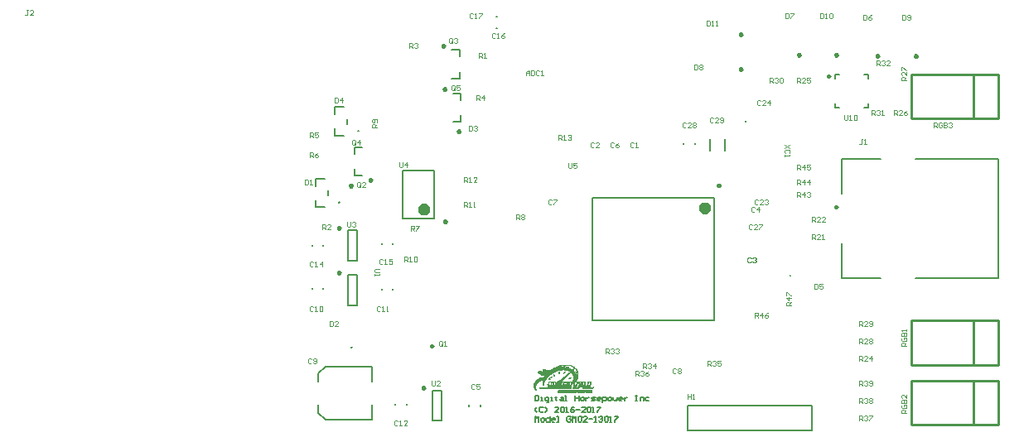
<source format=gto>
%FSTAX23Y23*%
%MOIN*%
%SFA1B1*%

%IPPOS*%
%ADD36C,0.010000*%
%ADD64C,0.010000*%
%ADD65C,0.024000*%
%ADD66C,0.008000*%
%ADD67C,0.004000*%
%ADD68C,0.001000*%
%ADD69C,0.005000*%
%ADD70C,0.002000*%
%LNkavi_pcb_r5-1*%
%LPD*%
G54D36*
X03Y00065D02*
Y00243D01*
X0275Y00065D02*
X03D01*
X0275Y00243D02*
X03D01*
X0275Y00065D02*
Y00243D01*
X031Y00065D02*
Y00243D01*
X03D02*
X031D01*
X03Y00065D02*
X031D01*
X03Y-00178D02*
X031D01*
X03Y0D02*
X031D01*
Y-00178D02*
Y0D01*
X0275Y-00178D02*
Y0D01*
X03*
X0275Y-00178D02*
X03D01*
Y0*
Y01057D02*
Y01235D01*
X0275Y01057D02*
X03D01*
X0275Y01235D02*
X03D01*
X0275Y01057D02*
Y01235D01*
X031Y01057D02*
Y01235D01*
X03D02*
X031D01*
X03Y01057D02*
X031D01*
G54D64*
X02451Y00701D02*
D01*
X0245Y00701*
X0245Y00701*
X0245Y00702*
X0245Y00702*
X0245Y00702*
X0245Y00703*
X0245Y00703*
X0245Y00703*
X0245Y00703*
X02449Y00704*
X02449Y00704*
X02449Y00704*
X02449Y00704*
X02448Y00705*
X02448Y00705*
X02448Y00705*
X02447Y00705*
X02447Y00705*
X02447Y00705*
X02446Y00705*
X02446Y00705*
X02446Y00705*
X02445*
X02445Y00705*
X02445Y00705*
X02444Y00705*
X02444Y00705*
X02444Y00705*
X02443Y00705*
X02443Y00705*
X02443Y00705*
X02442Y00704*
X02442Y00704*
X02442Y00704*
X02442Y00704*
X02441Y00703*
X02441Y00703*
X02441Y00703*
X02441Y00703*
X02441Y00702*
X02441Y00702*
X02441Y00702*
X02441Y00701*
X02441Y00701*
X02441Y00701*
X02441Y007*
X02441Y007*
X02441Y00699*
X02441Y00699*
X02441Y00699*
X02441Y00698*
X02441Y00698*
X02441Y00698*
X02441Y00698*
X02442Y00697*
X02442Y00697*
X02442Y00697*
X02442Y00697*
X02443Y00696*
X02443Y00696*
X02443Y00696*
X02444Y00696*
X02444Y00696*
X02444Y00696*
X02445Y00696*
X02445Y00696*
X02445Y00696*
X02446*
X02446Y00696*
X02446Y00696*
X02447Y00696*
X02447Y00696*
X02447Y00696*
X02448Y00696*
X02448Y00696*
X02448Y00696*
X02449Y00697*
X02449Y00697*
X02449Y00697*
X02449Y00697*
X0245Y00698*
X0245Y00698*
X0245Y00698*
X0245Y00698*
X0245Y00699*
X0245Y00699*
X0245Y00699*
X0245Y007*
X0245Y007*
X02451Y00701*
X01979Y00787D02*
D01*
X01978Y00787*
X01978Y00787*
X01978Y00788*
X01978Y00788*
X01978Y00788*
X01978Y00789*
X01978Y00789*
X01978Y00789*
X01978Y00789*
X01977Y0079*
X01977Y0079*
X01977Y0079*
X01977Y0079*
X01976Y00791*
X01976Y00791*
X01976Y00791*
X01975Y00791*
X01975Y00791*
X01975Y00791*
X01974Y00791*
X01974Y00791*
X01974Y00791*
X01973*
X01973Y00791*
X01973Y00791*
X01972Y00791*
X01972Y00791*
X01972Y00791*
X01971Y00791*
X01971Y00791*
X01971Y00791*
X0197Y0079*
X0197Y0079*
X0197Y0079*
X0197Y0079*
X01969Y00789*
X01969Y00789*
X01969Y00789*
X01969Y00789*
X01969Y00788*
X01969Y00788*
X01969Y00788*
X01969Y00787*
X01969Y00787*
X01969Y00787*
X01969Y00786*
X01969Y00786*
X01969Y00785*
X01969Y00785*
X01969Y00785*
X01969Y00784*
X01969Y00784*
X01969Y00784*
X01969Y00784*
X0197Y00783*
X0197Y00783*
X0197Y00783*
X0197Y00783*
X01971Y00782*
X01971Y00782*
X01971Y00782*
X01972Y00782*
X01972Y00782*
X01972Y00782*
X01973Y00782*
X01973Y00782*
X01973Y00782*
X01974*
X01974Y00782*
X01974Y00782*
X01975Y00782*
X01975Y00782*
X01975Y00782*
X01976Y00782*
X01976Y00782*
X01976Y00782*
X01977Y00783*
X01977Y00783*
X01977Y00783*
X01977Y00783*
X01978Y00784*
X01978Y00784*
X01978Y00784*
X01978Y00784*
X01978Y00785*
X01978Y00785*
X01978Y00785*
X01978Y00786*
X01978Y00786*
X01979Y00787*
X00577Y00809D02*
D01*
X00576Y00809*
X00576Y00809*
X00576Y0081*
X00576Y0081*
X00576Y0081*
X00576Y00811*
X00576Y00811*
X00576Y00811*
X00576Y00811*
X00575Y00812*
X00575Y00812*
X00575Y00812*
X00575Y00812*
X00574Y00813*
X00574Y00813*
X00574Y00813*
X00573Y00813*
X00573Y00813*
X00573Y00813*
X00572Y00813*
X00572Y00813*
X00572Y00813*
X00571*
X00571Y00813*
X00571Y00813*
X0057Y00813*
X0057Y00813*
X0057Y00813*
X00569Y00813*
X00569Y00813*
X00569Y00813*
X00568Y00812*
X00568Y00812*
X00568Y00812*
X00568Y00812*
X00567Y00811*
X00567Y00811*
X00567Y00811*
X00567Y00811*
X00567Y0081*
X00567Y0081*
X00567Y0081*
X00567Y00809*
X00567Y00809*
X00567Y00809*
X00567Y00808*
X00567Y00808*
X00567Y00807*
X00567Y00807*
X00567Y00807*
X00567Y00806*
X00567Y00806*
X00567Y00806*
X00567Y00806*
X00568Y00805*
X00568Y00805*
X00568Y00805*
X00568Y00805*
X00569Y00804*
X00569Y00804*
X00569Y00804*
X0057Y00804*
X0057Y00804*
X0057Y00804*
X00571Y00804*
X00571Y00804*
X00571Y00804*
X00572*
X00572Y00804*
X00572Y00804*
X00573Y00804*
X00573Y00804*
X00573Y00804*
X00574Y00804*
X00574Y00804*
X00574Y00804*
X00575Y00805*
X00575Y00805*
X00575Y00805*
X00575Y00805*
X00576Y00806*
X00576Y00806*
X00576Y00806*
X00576Y00806*
X00576Y00807*
X00576Y00807*
X00576Y00807*
X00576Y00808*
X00576Y00808*
X00577Y00809*
X00871Y0135D02*
D01*
X0087Y0135*
X0087Y0135*
X0087Y01351*
X0087Y01351*
X0087Y01351*
X0087Y01352*
X0087Y01352*
X0087Y01352*
X0087Y01352*
X00869Y01353*
X00869Y01353*
X00869Y01353*
X00869Y01353*
X00868Y01354*
X00868Y01354*
X00868Y01354*
X00867Y01354*
X00867Y01354*
X00867Y01354*
X00866Y01354*
X00866Y01354*
X00866Y01354*
X00865*
X00865Y01354*
X00865Y01354*
X00864Y01354*
X00864Y01354*
X00864Y01354*
X00863Y01354*
X00863Y01354*
X00863Y01354*
X00862Y01353*
X00862Y01353*
X00862Y01353*
X00862Y01353*
X00861Y01352*
X00861Y01352*
X00861Y01352*
X00861Y01352*
X00861Y01351*
X00861Y01351*
X00861Y01351*
X00861Y0135*
X00861Y0135*
X00861Y0135*
X00861Y01349*
X00861Y01349*
X00861Y01348*
X00861Y01348*
X00861Y01348*
X00861Y01347*
X00861Y01347*
X00861Y01347*
X00861Y01347*
X00862Y01346*
X00862Y01346*
X00862Y01346*
X00862Y01346*
X00863Y01345*
X00863Y01345*
X00863Y01345*
X00864Y01345*
X00864Y01345*
X00864Y01345*
X00865Y01345*
X00865Y01345*
X00865Y01345*
X00866*
X00866Y01345*
X00866Y01345*
X00867Y01345*
X00867Y01345*
X00867Y01345*
X00868Y01345*
X00868Y01345*
X00868Y01345*
X00869Y01346*
X00869Y01346*
X00869Y01346*
X00869Y01346*
X0087Y01347*
X0087Y01347*
X0087Y01347*
X0087Y01347*
X0087Y01348*
X0087Y01348*
X0087Y01348*
X0087Y01349*
X0087Y01349*
X00871Y0135*
X00876Y01175D02*
D01*
X00875Y01175*
X00875Y01175*
X00875Y01176*
X00875Y01176*
X00875Y01176*
X00875Y01177*
X00875Y01177*
X00875Y01177*
X00875Y01177*
X00874Y01178*
X00874Y01178*
X00874Y01178*
X00874Y01178*
X00873Y01179*
X00873Y01179*
X00873Y01179*
X00872Y01179*
X00872Y01179*
X00872Y01179*
X00871Y01179*
X00871Y01179*
X00871Y01179*
X0087*
X0087Y01179*
X0087Y01179*
X00869Y01179*
X00869Y01179*
X00869Y01179*
X00868Y01179*
X00868Y01179*
X00868Y01179*
X00867Y01178*
X00867Y01178*
X00867Y01178*
X00867Y01178*
X00866Y01177*
X00866Y01177*
X00866Y01177*
X00866Y01177*
X00866Y01176*
X00866Y01176*
X00866Y01176*
X00866Y01175*
X00866Y01175*
X00866Y01175*
X00866Y01174*
X00866Y01174*
X00866Y01173*
X00866Y01173*
X00866Y01173*
X00866Y01172*
X00866Y01172*
X00866Y01172*
X00866Y01172*
X00867Y01171*
X00867Y01171*
X00867Y01171*
X00867Y01171*
X00868Y0117*
X00868Y0117*
X00868Y0117*
X00869Y0117*
X00869Y0117*
X00869Y0117*
X0087Y0117*
X0087Y0117*
X0087Y0117*
X00871*
X00871Y0117*
X00871Y0117*
X00872Y0117*
X00872Y0117*
X00872Y0117*
X00873Y0117*
X00873Y0117*
X00873Y0117*
X00874Y01171*
X00874Y01171*
X00874Y01171*
X00874Y01171*
X00875Y01172*
X00875Y01172*
X00875Y01172*
X00875Y01172*
X00875Y01173*
X00875Y01173*
X00875Y01173*
X00875Y01174*
X00875Y01174*
X00876Y01175*
X00878Y00642D02*
D01*
X00877Y00642*
X00877Y00642*
X00877Y00643*
X00877Y00643*
X00877Y00643*
X00877Y00644*
X00877Y00644*
X00877Y00644*
X00877Y00644*
X00876Y00645*
X00876Y00645*
X00876Y00645*
X00876Y00645*
X00875Y00646*
X00875Y00646*
X00875Y00646*
X00874Y00646*
X00874Y00646*
X00874Y00646*
X00873Y00646*
X00873Y00646*
X00873Y00646*
X00872*
X00872Y00646*
X00872Y00646*
X00871Y00646*
X00871Y00646*
X00871Y00646*
X0087Y00646*
X0087Y00646*
X0087Y00646*
X00869Y00645*
X00869Y00645*
X00869Y00645*
X00869Y00645*
X00868Y00644*
X00868Y00644*
X00868Y00644*
X00868Y00644*
X00868Y00643*
X00868Y00643*
X00868Y00643*
X00868Y00642*
X00868Y00642*
X00868Y00642*
X00868Y00641*
X00868Y00641*
X00868Y0064*
X00868Y0064*
X00868Y0064*
X00868Y00639*
X00868Y00639*
X00868Y00639*
X00868Y00639*
X00869Y00638*
X00869Y00638*
X00869Y00638*
X00869Y00638*
X0087Y00637*
X0087Y00637*
X0087Y00637*
X00871Y00637*
X00871Y00637*
X00871Y00637*
X00872Y00637*
X00872Y00637*
X00872Y00637*
X00873*
X00873Y00637*
X00873Y00637*
X00874Y00637*
X00874Y00637*
X00874Y00637*
X00875Y00637*
X00875Y00637*
X00875Y00637*
X00876Y00638*
X00876Y00638*
X00876Y00638*
X00876Y00638*
X00877Y00639*
X00877Y00639*
X00877Y00639*
X00877Y00639*
X00877Y0064*
X00877Y0064*
X00877Y0064*
X00877Y00641*
X00877Y00641*
X00878Y00642*
X00933Y01005D02*
D01*
X00932Y01005*
X00932Y01005*
X00932Y01006*
X00932Y01006*
X00932Y01006*
X00932Y01007*
X00932Y01007*
X00932Y01007*
X00932Y01007*
X00931Y01008*
X00931Y01008*
X00931Y01008*
X00931Y01008*
X0093Y01009*
X0093Y01009*
X0093Y01009*
X00929Y01009*
X00929Y01009*
X00929Y01009*
X00928Y01009*
X00928Y01009*
X00928Y01009*
X00927*
X00927Y01009*
X00927Y01009*
X00926Y01009*
X00926Y01009*
X00926Y01009*
X00925Y01009*
X00925Y01009*
X00925Y01009*
X00924Y01008*
X00924Y01008*
X00924Y01008*
X00924Y01008*
X00923Y01007*
X00923Y01007*
X00923Y01007*
X00923Y01007*
X00923Y01006*
X00923Y01006*
X00923Y01006*
X00923Y01005*
X00923Y01005*
X00923Y01005*
X00923Y01004*
X00923Y01004*
X00923Y01003*
X00923Y01003*
X00923Y01003*
X00923Y01002*
X00923Y01002*
X00923Y01002*
X00923Y01002*
X00924Y01001*
X00924Y01001*
X00924Y01001*
X00924Y01001*
X00925Y01*
X00925Y01*
X00925Y01*
X00926Y01*
X00926Y01*
X00926Y01*
X00927Y01*
X00927Y01*
X00927Y01*
X00928*
X00928Y01*
X00928Y01*
X00929Y01*
X00929Y01*
X00929Y01*
X0093Y01*
X0093Y01*
X0093Y01*
X00931Y01001*
X00931Y01001*
X00931Y01001*
X00931Y01001*
X00932Y01002*
X00932Y01002*
X00932Y01002*
X00932Y01002*
X00932Y01003*
X00932Y01003*
X00932Y01003*
X00932Y01004*
X00932Y01004*
X00933Y01005*
X02617Y01308D02*
D01*
X02616Y01308*
X02616Y01308*
X02616Y01309*
X02616Y01309*
X02616Y01309*
X02616Y0131*
X02616Y0131*
X02616Y0131*
X02616Y0131*
X02615Y01311*
X02615Y01311*
X02615Y01311*
X02615Y01311*
X02614Y01312*
X02614Y01312*
X02614Y01312*
X02613Y01312*
X02613Y01312*
X02613Y01312*
X02612Y01312*
X02612Y01312*
X02612Y01312*
X02611*
X02611Y01312*
X02611Y01312*
X0261Y01312*
X0261Y01312*
X0261Y01312*
X02609Y01312*
X02609Y01312*
X02609Y01312*
X02608Y01311*
X02608Y01311*
X02608Y01311*
X02608Y01311*
X02607Y0131*
X02607Y0131*
X02607Y0131*
X02607Y0131*
X02607Y01309*
X02607Y01309*
X02607Y01309*
X02607Y01308*
X02607Y01308*
X02607Y01308*
X02607Y01307*
X02607Y01307*
X02607Y01306*
X02607Y01306*
X02607Y01306*
X02607Y01305*
X02607Y01305*
X02607Y01305*
X02607Y01305*
X02608Y01304*
X02608Y01304*
X02608Y01304*
X02608Y01304*
X02609Y01303*
X02609Y01303*
X02609Y01303*
X0261Y01303*
X0261Y01303*
X0261Y01303*
X02611Y01303*
X02611Y01303*
X02611Y01303*
X02612*
X02612Y01303*
X02612Y01303*
X02613Y01303*
X02613Y01303*
X02613Y01303*
X02614Y01303*
X02614Y01303*
X02614Y01303*
X02615Y01304*
X02615Y01304*
X02615Y01304*
X02615Y01304*
X02616Y01305*
X02616Y01305*
X02616Y01305*
X02616Y01305*
X02616Y01306*
X02616Y01306*
X02616Y01306*
X02616Y01307*
X02616Y01307*
X02617Y01308*
X02302Y01313D02*
D01*
X02301Y01313*
X02301Y01313*
X02301Y01314*
X02301Y01314*
X02301Y01314*
X02301Y01315*
X02301Y01315*
X02301Y01315*
X02301Y01315*
X023Y01316*
X023Y01316*
X023Y01316*
X023Y01316*
X02299Y01317*
X02299Y01317*
X02299Y01317*
X02298Y01317*
X02298Y01317*
X02298Y01317*
X02297Y01317*
X02297Y01317*
X02297Y01317*
X02296*
X02296Y01317*
X02296Y01317*
X02295Y01317*
X02295Y01317*
X02295Y01317*
X02294Y01317*
X02294Y01317*
X02294Y01317*
X02293Y01316*
X02293Y01316*
X02293Y01316*
X02293Y01316*
X02292Y01315*
X02292Y01315*
X02292Y01315*
X02292Y01315*
X02292Y01314*
X02292Y01314*
X02292Y01314*
X02292Y01313*
X02292Y01313*
X02292Y01313*
X02292Y01312*
X02292Y01312*
X02292Y01311*
X02292Y01311*
X02292Y01311*
X02292Y0131*
X02292Y0131*
X02292Y0131*
X02292Y0131*
X02293Y01309*
X02293Y01309*
X02293Y01309*
X02293Y01309*
X02294Y01308*
X02294Y01308*
X02294Y01308*
X02295Y01308*
X02295Y01308*
X02295Y01308*
X02296Y01308*
X02296Y01308*
X02296Y01308*
X02297*
X02297Y01308*
X02297Y01308*
X02298Y01308*
X02298Y01308*
X02298Y01308*
X02299Y01308*
X02299Y01308*
X02299Y01308*
X023Y01309*
X023Y01309*
X023Y01309*
X023Y01309*
X02301Y0131*
X02301Y0131*
X02301Y0131*
X02301Y0131*
X02301Y01311*
X02301Y01311*
X02301Y01311*
X02301Y01312*
X02301Y01312*
X02302Y01313*
X02067Y01255D02*
D01*
X02066Y01255*
X02066Y01255*
X02066Y01256*
X02066Y01256*
X02066Y01256*
X02066Y01257*
X02066Y01257*
X02066Y01257*
X02066Y01257*
X02065Y01258*
X02065Y01258*
X02065Y01258*
X02065Y01258*
X02064Y01259*
X02064Y01259*
X02064Y01259*
X02063Y01259*
X02063Y01259*
X02063Y01259*
X02062Y01259*
X02062Y01259*
X02062Y01259*
X02061*
X02061Y01259*
X02061Y01259*
X0206Y01259*
X0206Y01259*
X0206Y01259*
X02059Y01259*
X02059Y01259*
X02059Y01259*
X02058Y01258*
X02058Y01258*
X02058Y01258*
X02058Y01258*
X02057Y01257*
X02057Y01257*
X02057Y01257*
X02057Y01257*
X02057Y01256*
X02057Y01256*
X02057Y01256*
X02057Y01255*
X02057Y01255*
X02057Y01255*
X02057Y01254*
X02057Y01254*
X02057Y01253*
X02057Y01253*
X02057Y01253*
X02057Y01252*
X02057Y01252*
X02057Y01252*
X02057Y01252*
X02058Y01251*
X02058Y01251*
X02058Y01251*
X02058Y01251*
X02059Y0125*
X02059Y0125*
X02059Y0125*
X0206Y0125*
X0206Y0125*
X0206Y0125*
X02061Y0125*
X02061Y0125*
X02061Y0125*
X02062*
X02062Y0125*
X02062Y0125*
X02063Y0125*
X02063Y0125*
X02063Y0125*
X02064Y0125*
X02064Y0125*
X02064Y0125*
X02065Y01251*
X02065Y01251*
X02065Y01251*
X02065Y01251*
X02066Y01252*
X02066Y01252*
X02066Y01252*
X02066Y01252*
X02066Y01253*
X02066Y01253*
X02066Y01253*
X02066Y01254*
X02066Y01254*
X02067Y01255*
X02772Y01308D02*
D01*
X02771Y01308*
X02771Y01308*
X02771Y01309*
X02771Y01309*
X02771Y01309*
X02771Y0131*
X02771Y0131*
X02771Y0131*
X02771Y0131*
X0277Y01311*
X0277Y01311*
X0277Y01311*
X0277Y01311*
X02769Y01312*
X02769Y01312*
X02769Y01312*
X02768Y01312*
X02768Y01312*
X02768Y01312*
X02767Y01312*
X02767Y01312*
X02767Y01312*
X02766*
X02766Y01312*
X02766Y01312*
X02765Y01312*
X02765Y01312*
X02765Y01312*
X02764Y01312*
X02764Y01312*
X02764Y01312*
X02763Y01311*
X02763Y01311*
X02763Y01311*
X02763Y01311*
X02762Y0131*
X02762Y0131*
X02762Y0131*
X02762Y0131*
X02762Y01309*
X02762Y01309*
X02762Y01309*
X02762Y01308*
X02762Y01308*
X02762Y01308*
X02762Y01307*
X02762Y01307*
X02762Y01306*
X02762Y01306*
X02762Y01306*
X02762Y01305*
X02762Y01305*
X02762Y01305*
X02762Y01305*
X02763Y01304*
X02763Y01304*
X02763Y01304*
X02763Y01304*
X02764Y01303*
X02764Y01303*
X02764Y01303*
X02765Y01303*
X02765Y01303*
X02765Y01303*
X02766Y01303*
X02766Y01303*
X02766Y01303*
X02767*
X02767Y01303*
X02767Y01303*
X02768Y01303*
X02768Y01303*
X02768Y01303*
X02769Y01303*
X02769Y01303*
X02769Y01303*
X0277Y01304*
X0277Y01304*
X0277Y01304*
X0277Y01304*
X02771Y01305*
X02771Y01305*
X02771Y01305*
X02771Y01305*
X02771Y01306*
X02771Y01306*
X02771Y01306*
X02771Y01307*
X02771Y01307*
X02772Y01308*
X02452Y01313D02*
D01*
X02451Y01313*
X02451Y01313*
X02451Y01314*
X02451Y01314*
X02451Y01314*
X02451Y01315*
X02451Y01315*
X02451Y01315*
X02451Y01315*
X0245Y01316*
X0245Y01316*
X0245Y01316*
X0245Y01316*
X02449Y01317*
X02449Y01317*
X02449Y01317*
X02448Y01317*
X02448Y01317*
X02448Y01317*
X02447Y01317*
X02447Y01317*
X02447Y01317*
X02446*
X02446Y01317*
X02446Y01317*
X02445Y01317*
X02445Y01317*
X02445Y01317*
X02444Y01317*
X02444Y01317*
X02444Y01317*
X02443Y01316*
X02443Y01316*
X02443Y01316*
X02443Y01316*
X02442Y01315*
X02442Y01315*
X02442Y01315*
X02442Y01315*
X02442Y01314*
X02442Y01314*
X02442Y01314*
X02442Y01313*
X02442Y01313*
X02442Y01313*
X02442Y01312*
X02442Y01312*
X02442Y01311*
X02442Y01311*
X02442Y01311*
X02442Y0131*
X02442Y0131*
X02442Y0131*
X02442Y0131*
X02443Y01309*
X02443Y01309*
X02443Y01309*
X02443Y01309*
X02444Y01308*
X02444Y01308*
X02444Y01308*
X02445Y01308*
X02445Y01308*
X02445Y01308*
X02446Y01308*
X02446Y01308*
X02446Y01308*
X02447*
X02447Y01308*
X02447Y01308*
X02448Y01308*
X02448Y01308*
X02448Y01308*
X02449Y01308*
X02449Y01308*
X02449Y01308*
X0245Y01309*
X0245Y01309*
X0245Y01309*
X0245Y01309*
X02451Y0131*
X02451Y0131*
X02451Y0131*
X02451Y0131*
X02451Y01311*
X02451Y01311*
X02451Y01311*
X02451Y01312*
X02451Y01312*
X02452Y01313*
X02067Y01395D02*
D01*
X02066Y01395*
X02066Y01395*
X02066Y01396*
X02066Y01396*
X02066Y01396*
X02066Y01397*
X02066Y01397*
X02066Y01397*
X02066Y01397*
X02065Y01398*
X02065Y01398*
X02065Y01398*
X02065Y01398*
X02064Y01399*
X02064Y01399*
X02064Y01399*
X02063Y01399*
X02063Y01399*
X02063Y01399*
X02062Y01399*
X02062Y01399*
X02062Y01399*
X02061*
X02061Y01399*
X02061Y01399*
X0206Y01399*
X0206Y01399*
X0206Y01399*
X02059Y01399*
X02059Y01399*
X02059Y01399*
X02058Y01398*
X02058Y01398*
X02058Y01398*
X02058Y01398*
X02057Y01397*
X02057Y01397*
X02057Y01397*
X02057Y01397*
X02057Y01396*
X02057Y01396*
X02057Y01396*
X02057Y01395*
X02057Y01395*
X02057Y01395*
X02057Y01394*
X02057Y01394*
X02057Y01393*
X02057Y01393*
X02057Y01393*
X02057Y01392*
X02057Y01392*
X02057Y01392*
X02057Y01392*
X02058Y01391*
X02058Y01391*
X02058Y01391*
X02058Y01391*
X02059Y0139*
X02059Y0139*
X02059Y0139*
X0206Y0139*
X0206Y0139*
X0206Y0139*
X02061Y0139*
X02061Y0139*
X02061Y0139*
X02062*
X02062Y0139*
X02062Y0139*
X02063Y0139*
X02063Y0139*
X02063Y0139*
X02064Y0139*
X02064Y0139*
X02064Y0139*
X02065Y01391*
X02065Y01391*
X02065Y01391*
X02065Y01391*
X02066Y01392*
X02066Y01392*
X02066Y01392*
X02066Y01392*
X02066Y01393*
X02066Y01393*
X02066Y01393*
X02066Y01394*
X02066Y01394*
X02067Y01395*
X00824Y00141D02*
D01*
X00823Y00141*
X00823Y00141*
X00823Y00142*
X00823Y00142*
X00823Y00142*
X00823Y00143*
X00823Y00143*
X00823Y00143*
X00823Y00143*
X00822Y00144*
X00822Y00144*
X00822Y00144*
X00822Y00144*
X00821Y00145*
X00821Y00145*
X00821Y00145*
X0082Y00145*
X0082Y00145*
X0082Y00145*
X00819Y00145*
X00819Y00145*
X00819Y00145*
X00818*
X00818Y00145*
X00818Y00145*
X00817Y00145*
X00817Y00145*
X00817Y00145*
X00816Y00145*
X00816Y00145*
X00816Y00145*
X00815Y00144*
X00815Y00144*
X00815Y00144*
X00815Y00144*
X00814Y00143*
X00814Y00143*
X00814Y00143*
X00814Y00143*
X00814Y00142*
X00814Y00142*
X00814Y00142*
X00814Y00141*
X00814Y00141*
X00814Y00141*
X00814Y0014*
X00814Y0014*
X00814Y00139*
X00814Y00139*
X00814Y00139*
X00814Y00138*
X00814Y00138*
X00814Y00138*
X00814Y00138*
X00815Y00137*
X00815Y00137*
X00815Y00137*
X00815Y00137*
X00816Y00136*
X00816Y00136*
X00816Y00136*
X00817Y00136*
X00817Y00136*
X00817Y00136*
X00818Y00136*
X00818Y00136*
X00818Y00136*
X00819*
X00819Y00136*
X00819Y00136*
X0082Y00136*
X0082Y00136*
X0082Y00136*
X00821Y00136*
X00821Y00136*
X00821Y00136*
X00822Y00137*
X00822Y00137*
X00822Y00137*
X00822Y00137*
X00823Y00138*
X00823Y00138*
X00823Y00138*
X00823Y00138*
X00823Y00139*
X00823Y00139*
X00823Y00139*
X00823Y0014*
X00823Y0014*
X00824Y00141*
X00499Y00786D02*
D01*
X00498Y00786*
X00498Y00786*
X00498Y00787*
X00498Y00787*
X00498Y00787*
X00498Y00788*
X00498Y00788*
X00498Y00788*
X00498Y00788*
X00497Y00789*
X00497Y00789*
X00497Y00789*
X00497Y00789*
X00496Y0079*
X00496Y0079*
X00496Y0079*
X00495Y0079*
X00495Y0079*
X00495Y0079*
X00494Y0079*
X00494Y0079*
X00494Y0079*
X00493*
X00493Y0079*
X00493Y0079*
X00492Y0079*
X00492Y0079*
X00492Y0079*
X00491Y0079*
X00491Y0079*
X00491Y0079*
X0049Y00789*
X0049Y00789*
X0049Y00789*
X0049Y00789*
X00489Y00788*
X00489Y00788*
X00489Y00788*
X00489Y00788*
X00489Y00787*
X00489Y00787*
X00489Y00787*
X00489Y00786*
X00489Y00786*
X00489Y00786*
X00489Y00785*
X00489Y00785*
X00489Y00784*
X00489Y00784*
X00489Y00784*
X00489Y00783*
X00489Y00783*
X00489Y00783*
X00489Y00783*
X0049Y00782*
X0049Y00782*
X0049Y00782*
X0049Y00782*
X00491Y00781*
X00491Y00781*
X00491Y00781*
X00492Y00781*
X00492Y00781*
X00492Y00781*
X00493Y00781*
X00493Y00781*
X00493Y00781*
X00494*
X00494Y00781*
X00494Y00781*
X00495Y00781*
X00495Y00781*
X00495Y00781*
X00496Y00781*
X00496Y00781*
X00496Y00781*
X00497Y00782*
X00497Y00782*
X00497Y00782*
X00497Y00782*
X00498Y00783*
X00498Y00783*
X00498Y00783*
X00498Y00783*
X00498Y00784*
X00498Y00784*
X00498Y00784*
X00498Y00785*
X00498Y00785*
X00499Y00786*
X00451Y00436D02*
D01*
X0045Y00436*
X0045Y00436*
X0045Y00437*
X0045Y00437*
X0045Y00437*
X0045Y00438*
X0045Y00438*
X0045Y00438*
X0045Y00438*
X00449Y00439*
X00449Y00439*
X00449Y00439*
X00449Y00439*
X00448Y0044*
X00448Y0044*
X00448Y0044*
X00447Y0044*
X00447Y0044*
X00447Y0044*
X00446Y0044*
X00446Y0044*
X00446Y0044*
X00445*
X00445Y0044*
X00445Y0044*
X00444Y0044*
X00444Y0044*
X00444Y0044*
X00443Y0044*
X00443Y0044*
X00443Y0044*
X00442Y00439*
X00442Y00439*
X00442Y00439*
X00442Y00439*
X00441Y00438*
X00441Y00438*
X00441Y00438*
X00441Y00438*
X00441Y00437*
X00441Y00437*
X00441Y00437*
X00441Y00436*
X00441Y00436*
X00441Y00436*
X00441Y00435*
X00441Y00435*
X00441Y00434*
X00441Y00434*
X00441Y00434*
X00441Y00433*
X00441Y00433*
X00441Y00433*
X00441Y00433*
X00442Y00432*
X00442Y00432*
X00442Y00432*
X00442Y00432*
X00443Y00431*
X00443Y00431*
X00443Y00431*
X00444Y00431*
X00444Y00431*
X00444Y00431*
X00445Y00431*
X00445Y00431*
X00445Y00431*
X00446*
X00446Y00431*
X00446Y00431*
X00447Y00431*
X00447Y00431*
X00447Y00431*
X00448Y00431*
X00448Y00431*
X00448Y00431*
X00449Y00432*
X00449Y00432*
X00449Y00432*
X00449Y00432*
X0045Y00433*
X0045Y00433*
X0045Y00433*
X0045Y00433*
X0045Y00434*
X0045Y00434*
X0045Y00434*
X0045Y00435*
X0045Y00435*
X00451Y00436*
X00791Y-00029D02*
D01*
X0079Y-00028*
X0079Y-00028*
X0079Y-00027*
X0079Y-00027*
X0079Y-00027*
X0079Y-00026*
X0079Y-00026*
X0079Y-00026*
X0079Y-00026*
X00789Y-00025*
X00789Y-00025*
X00789Y-00025*
X00789Y-00025*
X00788Y-00024*
X00788Y-00024*
X00788Y-00024*
X00787Y-00024*
X00787Y-00024*
X00787Y-00024*
X00786Y-00024*
X00786Y-00024*
X00786Y-00024*
X00785*
X00785Y-00024*
X00785Y-00024*
X00784Y-00024*
X00784Y-00024*
X00784Y-00024*
X00783Y-00024*
X00783Y-00024*
X00783Y-00024*
X00782Y-00025*
X00782Y-00025*
X00782Y-00025*
X00782Y-00025*
X00781Y-00026*
X00781Y-00026*
X00781Y-00026*
X00781Y-00026*
X00781Y-00027*
X00781Y-00027*
X00781Y-00027*
X00781Y-00028*
X00781Y-00028*
X00781Y-00029*
X00781Y-00029*
X00781Y-00029*
X00781Y-0003*
X00781Y-0003*
X00781Y-0003*
X00781Y-00031*
X00781Y-00031*
X00781Y-00031*
X00781Y-00031*
X00782Y-00032*
X00782Y-00032*
X00782Y-00032*
X00782Y-00032*
X00783Y-00033*
X00783Y-00033*
X00783Y-00033*
X00784Y-00033*
X00784Y-00033*
X00784Y-00033*
X00785Y-00033*
X00785Y-00033*
X00785Y-00033*
X00786*
X00786Y-00033*
X00786Y-00033*
X00787Y-00033*
X00787Y-00033*
X00787Y-00033*
X00788Y-00033*
X00788Y-00033*
X00788Y-00033*
X00789Y-00032*
X00789Y-00032*
X00789Y-00032*
X00789Y-00032*
X0079Y-00031*
X0079Y-00031*
X0079Y-00031*
X0079Y-00031*
X0079Y-0003*
X0079Y-0003*
X0079Y-0003*
X0079Y-00029*
X0079Y-00029*
X00791Y-00029*
X00451Y00616D02*
D01*
X0045Y00616*
X0045Y00616*
X0045Y00617*
X0045Y00617*
X0045Y00617*
X0045Y00618*
X0045Y00618*
X0045Y00618*
X0045Y00618*
X00449Y00619*
X00449Y00619*
X00449Y00619*
X00449Y00619*
X00448Y0062*
X00448Y0062*
X00448Y0062*
X00447Y0062*
X00447Y0062*
X00447Y0062*
X00446Y0062*
X00446Y0062*
X00446Y0062*
X00445*
X00445Y0062*
X00445Y0062*
X00444Y0062*
X00444Y0062*
X00444Y0062*
X00443Y0062*
X00443Y0062*
X00443Y0062*
X00442Y00619*
X00442Y00619*
X00442Y00619*
X00442Y00619*
X00441Y00618*
X00441Y00618*
X00441Y00618*
X00441Y00618*
X00441Y00617*
X00441Y00617*
X00441Y00617*
X00441Y00616*
X00441Y00616*
X00441Y00616*
X00441Y00615*
X00441Y00615*
X00441Y00614*
X00441Y00614*
X00441Y00614*
X00441Y00613*
X00441Y00613*
X00441Y00613*
X00441Y00613*
X00442Y00612*
X00442Y00612*
X00442Y00612*
X00442Y00612*
X00443Y00611*
X00443Y00611*
X00443Y00611*
X00444Y00611*
X00444Y00611*
X00444Y00611*
X00445Y00611*
X00445Y00611*
X00445Y00611*
X00446*
X00446Y00611*
X00446Y00611*
X00447Y00611*
X00447Y00611*
X00447Y00611*
X00448Y00611*
X00448Y00611*
X00448Y00611*
X00449Y00612*
X00449Y00612*
X00449Y00612*
X00449Y00612*
X0045Y00613*
X0045Y00613*
X0045Y00613*
X0045Y00613*
X0045Y00614*
X0045Y00614*
X0045Y00614*
X0045Y00615*
X0045Y00615*
X00451Y00616*
X02421Y01227D02*
D01*
X0242Y01227*
X0242Y01227*
X0242Y01228*
X0242Y01228*
X0242Y01228*
X0242Y01229*
X0242Y01229*
X0242Y01229*
X0242Y01229*
X02419Y0123*
X02419Y0123*
X02419Y0123*
X02419Y0123*
X02418Y01231*
X02418Y01231*
X02418Y01231*
X02417Y01231*
X02417Y01231*
X02417Y01231*
X02416Y01231*
X02416Y01231*
X02416Y01231*
X02415*
X02415Y01231*
X02415Y01231*
X02414Y01231*
X02414Y01231*
X02414Y01231*
X02413Y01231*
X02413Y01231*
X02413Y01231*
X02412Y0123*
X02412Y0123*
X02412Y0123*
X02412Y0123*
X02411Y01229*
X02411Y01229*
X02411Y01229*
X02411Y01229*
X02411Y01228*
X02411Y01228*
X02411Y01228*
X02411Y01227*
X02411Y01227*
X02411Y01227*
X02411Y01226*
X02411Y01226*
X02411Y01225*
X02411Y01225*
X02411Y01225*
X02411Y01224*
X02411Y01224*
X02411Y01224*
X02411Y01224*
X02412Y01223*
X02412Y01223*
X02412Y01223*
X02412Y01223*
X02413Y01222*
X02413Y01222*
X02413Y01222*
X02414Y01222*
X02414Y01222*
X02414Y01222*
X02415Y01222*
X02415Y01222*
X02415Y01222*
X02416*
X02416Y01222*
X02416Y01222*
X02417Y01222*
X02417Y01222*
X02417Y01222*
X02418Y01222*
X02418Y01222*
X02418Y01222*
X02419Y01223*
X02419Y01223*
X02419Y01223*
X02419Y01223*
X0242Y01224*
X0242Y01224*
X0242Y01224*
X0242Y01224*
X0242Y01225*
X0242Y01225*
X0242Y01225*
X0242Y01226*
X0242Y01226*
X02421Y01227*
G54D65*
X01929Y00697D02*
D01*
X01928Y00697*
X01928Y00698*
X01928Y00699*
X01928Y007*
X01928Y00701*
X01927Y00701*
X01927Y00702*
X01927Y00703*
X01926Y00704*
X01926Y00704*
X01925Y00705*
X01925Y00705*
X01924Y00706*
X01923Y00706*
X01923Y00707*
X01922Y00707*
X01921Y00708*
X0192Y00708*
X01919Y00708*
X01919Y00708*
X01918Y00708*
X01917Y00708*
X01916*
X01915Y00708*
X01914Y00708*
X01914Y00708*
X01913Y00708*
X01912Y00708*
X01911Y00707*
X01911Y00707*
X0191Y00706*
X01909Y00706*
X01908Y00705*
X01908Y00705*
X01907Y00704*
X01907Y00704*
X01906Y00703*
X01906Y00702*
X01906Y00701*
X01905Y00701*
X01905Y007*
X01905Y00699*
X01905Y00698*
X01905Y00697*
X01905Y00697*
X01905Y00696*
X01905Y00695*
X01905Y00694*
X01905Y00693*
X01905Y00692*
X01906Y00692*
X01906Y00691*
X01906Y0069*
X01907Y00689*
X01907Y00689*
X01908Y00688*
X01908Y00688*
X01909Y00687*
X0191Y00687*
X01911Y00686*
X01911Y00686*
X01912Y00685*
X01913Y00685*
X01914Y00685*
X01914Y00685*
X01915Y00685*
X01916Y00685*
X01917*
X01918Y00685*
X01919Y00685*
X01919Y00685*
X0192Y00685*
X01921Y00685*
X01922Y00686*
X01923Y00686*
X01923Y00687*
X01924Y00687*
X01925Y00688*
X01925Y00688*
X01926Y00689*
X01926Y00689*
X01927Y0069*
X01927Y00691*
X01927Y00692*
X01928Y00692*
X01928Y00693*
X01928Y00694*
X01928Y00695*
X01928Y00696*
X01929Y00697*
X00799Y00691D02*
D01*
X00798Y00691*
X00798Y00692*
X00798Y00693*
X00798Y00694*
X00798Y00695*
X00797Y00695*
X00797Y00696*
X00797Y00697*
X00796Y00698*
X00796Y00698*
X00795Y00699*
X00795Y00699*
X00794Y007*
X00793Y007*
X00793Y00701*
X00792Y00701*
X00791Y00702*
X0079Y00702*
X00789Y00702*
X00789Y00702*
X00788Y00702*
X00787Y00702*
X00786*
X00785Y00702*
X00784Y00702*
X00784Y00702*
X00783Y00702*
X00782Y00702*
X00781Y00701*
X00781Y00701*
X0078Y007*
X00779Y007*
X00778Y00699*
X00778Y00699*
X00777Y00698*
X00777Y00698*
X00776Y00697*
X00776Y00696*
X00776Y00695*
X00775Y00695*
X00775Y00694*
X00775Y00693*
X00775Y00692*
X00775Y00691*
X00775Y00691*
X00775Y0069*
X00775Y00689*
X00775Y00688*
X00775Y00687*
X00775Y00686*
X00776Y00686*
X00776Y00685*
X00776Y00684*
X00777Y00683*
X00777Y00683*
X00778Y00682*
X00778Y00682*
X00779Y00681*
X0078Y00681*
X00781Y0068*
X00781Y0068*
X00782Y00679*
X00783Y00679*
X00784Y00679*
X00784Y00679*
X00785Y00679*
X00786Y00679*
X00787*
X00788Y00679*
X00789Y00679*
X00789Y00679*
X0079Y00679*
X00791Y00679*
X00792Y0068*
X00793Y0068*
X00793Y00681*
X00794Y00681*
X00795Y00682*
X00795Y00682*
X00796Y00683*
X00796Y00683*
X00797Y00684*
X00797Y00685*
X00797Y00686*
X00798Y00686*
X00798Y00687*
X00798Y00688*
X00798Y00689*
X00798Y0069*
X00799Y00691*
G54D66*
X00447Y00719D02*
D01*
X00446Y00719*
X00446Y00719*
X00446Y00719*
X00446Y00719*
X00446Y00719*
X00446Y00719*
X00446Y00719*
X00446Y00719*
X00446Y00719*
X00446Y00719*
X00446Y00719*
X00446Y00719*
X00446Y00719*
X00446Y00719*
X00446Y00719*
X00446Y00719*
X00446Y00719*
X00446Y00719*
X00446Y00719*
X00446Y00719*
X00446Y00719*
X00446Y00719*
X00445*
X00445Y00719*
X00445Y00719*
X00445Y00719*
X00445Y00719*
X00445Y00719*
X00445Y00719*
X00445Y00719*
X00445Y00719*
X00445Y00719*
X00445Y00719*
X00445Y00719*
X00445Y00719*
X00445Y00719*
X00445Y00719*
X00445Y00719*
X00445Y00719*
X00445Y00719*
X00445Y00719*
X00445Y00719*
X00445Y00719*
X00445Y00719*
X00445Y00719*
X00445Y00718*
X00445Y00718*
X00445Y00718*
X00445Y00718*
X00445Y00718*
X00445Y00718*
X00445Y00718*
X00445Y00718*
X00445Y00718*
X00445Y00718*
X00445Y00718*
X00445Y00718*
X00445Y00718*
X00445Y00718*
X00445Y00718*
X00445Y00718*
X00445Y00718*
X00445Y00718*
X00445Y00718*
X00445Y00718*
X00445Y00718*
X00445Y00718*
X00446*
X00446Y00718*
X00446Y00718*
X00446Y00718*
X00446Y00718*
X00446Y00718*
X00446Y00718*
X00446Y00718*
X00446Y00718*
X00446Y00718*
X00446Y00718*
X00446Y00718*
X00446Y00718*
X00446Y00718*
X00446Y00718*
X00446Y00718*
X00446Y00718*
X00446Y00718*
X00446Y00718*
X00446Y00718*
X00446Y00718*
X00446Y00718*
X00447Y00719*
X00524Y01008D02*
D01*
X00523Y01008*
X00523Y01008*
X00523Y01008*
X00523Y01008*
X00523Y01008*
X00523Y01008*
X00523Y01008*
X00523Y01008*
X00523Y01008*
X00523Y01008*
X00523Y01008*
X00523Y01008*
X00523Y01008*
X00523Y01008*
X00523Y01008*
X00523Y01008*
X00523Y01008*
X00523Y01008*
X00523Y01008*
X00523Y01008*
X00523Y01008*
X00523Y01008*
X00522*
X00522Y01008*
X00522Y01008*
X00522Y01008*
X00522Y01008*
X00522Y01008*
X00522Y01008*
X00522Y01008*
X00522Y01008*
X00522Y01008*
X00522Y01008*
X00522Y01008*
X00522Y01008*
X00522Y01008*
X00522Y01008*
X00522Y01008*
X00522Y01008*
X00522Y01008*
X00522Y01008*
X00522Y01008*
X00522Y01008*
X00522Y01008*
X00522Y01008*
X00522Y01007*
X00522Y01007*
X00522Y01007*
X00522Y01007*
X00522Y01007*
X00522Y01007*
X00522Y01007*
X00522Y01007*
X00522Y01007*
X00522Y01007*
X00522Y01007*
X00522Y01007*
X00522Y01007*
X00522Y01007*
X00522Y01007*
X00522Y01007*
X00522Y01007*
X00522Y01007*
X00522Y01007*
X00522Y01007*
X00522Y01007*
X00522Y01007*
X00523*
X00523Y01007*
X00523Y01007*
X00523Y01007*
X00523Y01007*
X00523Y01007*
X00523Y01007*
X00523Y01007*
X00523Y01007*
X00523Y01007*
X00523Y01007*
X00523Y01007*
X00523Y01007*
X00523Y01007*
X00523Y01007*
X00523Y01007*
X00523Y01007*
X00523Y01007*
X00523Y01007*
X00523Y01007*
X00523Y01007*
X00523Y01007*
X00524Y01008*
X00969Y-00102D02*
Y-00098D01*
X01015Y-00102D02*
Y-00098D01*
X0247Y00752D02*
Y00892D01*
Y00412D02*
Y00552D01*
Y00892D02*
X02625D01*
X0247Y00412D02*
X02625D01*
X02765Y00892D02*
X031D01*
X02765Y00412D02*
X031D01*
Y00892*
X00671Y-00097D02*
Y-00093D01*
X00717Y-00097D02*
Y-00093D01*
X00337Y00369D02*
Y00373D01*
X00383Y00369D02*
Y00373D01*
X01464Y00244D02*
Y00736D01*
X01956Y00244D02*
Y00736D01*
X01464Y00244D02*
X01956D01*
X01464Y00736D02*
X01956D01*
X00363Y-0013D02*
Y-00097D01*
Y-0013D02*
X00391Y-00158D01*
X00363Y-00003D02*
Y0003D01*
X00391Y00058*
Y-00158D02*
X0058D01*
X00391Y00058D02*
X0058D01*
Y-00003D02*
Y00058D01*
Y-00158D02*
Y-00097D01*
X00383Y00543D02*
Y00547D01*
X00337Y00543D02*
Y00547D01*
X0235Y-002D02*
Y-001D01*
X0185Y-002D02*
X0235D01*
X0185Y-001D02*
X0235D01*
X0185Y-002D02*
Y-001D01*
X00617Y00367D02*
Y00371D01*
X00663Y00367D02*
Y00371D01*
X00507Y00827D02*
X00539D01*
X00507D02*
Y00853D01*
Y00941D02*
X00539D01*
X00507Y00915D02*
Y00941D01*
X00899Y01332D02*
X00931D01*
Y01306D02*
Y01332D01*
X00899Y01218D02*
X00931D01*
Y01244*
X01078Y01466D02*
X01082D01*
X01078Y0142D02*
X01082D01*
X00904Y01157D02*
X00936D01*
Y01131D02*
Y01157D01*
X00904Y01043D02*
X00936D01*
Y01069*
X00351Y00784D02*
Y00813D01*
X00403Y00746D02*
Y00766D01*
X00351Y00813D02*
X00389D01*
X00351Y00699D02*
X00389D01*
X00351D02*
Y00728D01*
X00428Y01073D02*
Y01102D01*
X0048Y01035D02*
Y01055D01*
X00428Y01102D02*
X00466D01*
X00428Y00988D02*
X00466D01*
X00428D02*
Y01017D01*
X00703Y00846D02*
X00827D01*
X00703Y00654D02*
X00827D01*
X00703D02*
Y00846D01*
X00827Y00654D02*
Y00846D01*
X00617Y00549D02*
Y00553D01*
X00663Y00549D02*
Y00553D01*
X01832Y00953D02*
Y00957D01*
X01878Y00953D02*
Y00957D01*
X0194Y00928D02*
Y00972D01*
X02Y00928D02*
Y00972D01*
X00518Y00304D02*
Y00426D01*
X00482Y00304D02*
Y00426D01*
Y00304D02*
X00518D01*
X00482Y00426D02*
X00518D01*
X00858Y-00161D02*
Y-00039D01*
X00822Y-00161D02*
Y-00039D01*
Y-00161D02*
X00858D01*
X00822Y-00039D02*
X00858D01*
X00518Y00484D02*
Y00606D01*
X00482Y00484D02*
Y00606D01*
Y00484D02*
X00518D01*
X00482Y00606D02*
X00518D01*
X02442Y01099D02*
X02459D01*
X02442D02*
Y01116D01*
X02559Y01099D02*
X02576D01*
Y01116*
Y01216D02*
Y01233D01*
X02559D02*
X02576D01*
X02442D02*
X02459D01*
X02442Y01216D02*
Y01233D01*
G54D67*
X02261Y00425D02*
D01*
X0226Y00425*
X0226Y00425*
X0226Y00425*
X0226Y00425*
X0226Y00425*
X0226Y00425*
X0226Y00425*
X0226Y00426*
X0226Y00426*
X0226Y00426*
X0226Y00426*
X0226Y00426*
X0226Y00426*
X0226Y00426*
X0226Y00426*
X02259Y00426*
X02259Y00426*
X02259Y00426*
X02259Y00426*
X02259Y00426*
X02259Y00426*
X02259Y00426*
X02258*
X02258Y00426*
X02258Y00426*
X02258Y00426*
X02258Y00426*
X02258Y00426*
X02258Y00426*
X02258Y00426*
X02257Y00426*
X02257Y00426*
X02257Y00426*
X02257Y00426*
X02257Y00426*
X02257Y00426*
X02257Y00426*
X02257Y00425*
X02257Y00425*
X02257Y00425*
X02257Y00425*
X02257Y00425*
X02257Y00425*
X02257Y00425*
X02257Y00425*
X02257Y00424*
X02257Y00424*
X02257Y00424*
X02257Y00424*
X02257Y00424*
X02257Y00424*
X02257Y00424*
X02257Y00423*
X02257Y00423*
X02257Y00423*
X02257Y00423*
X02257Y00423*
X02257Y00423*
X02257Y00423*
X02258Y00423*
X02258Y00423*
X02258Y00423*
X02258Y00423*
X02258Y00423*
X02258Y00423*
X02258Y00423*
X02258Y00423*
X02259*
X02259Y00423*
X02259Y00423*
X02259Y00423*
X02259Y00423*
X02259Y00423*
X02259Y00423*
X0226Y00423*
X0226Y00423*
X0226Y00423*
X0226Y00423*
X0226Y00423*
X0226Y00423*
X0226Y00423*
X0226Y00423*
X0226Y00424*
X0226Y00424*
X0226Y00424*
X0226Y00424*
X0226Y00424*
X0226Y00424*
X0226Y00424*
X02261Y00425*
X00497Y00136D02*
D01*
X00496Y00136*
X00496Y00136*
X00496Y00136*
X00496Y00136*
X00496Y00136*
X00496Y00136*
X00496Y00136*
X00496Y00137*
X00496Y00137*
X00496Y00137*
X00496Y00137*
X00496Y00137*
X00496Y00137*
X00496Y00137*
X00496Y00137*
X00495Y00137*
X00495Y00137*
X00495Y00137*
X00495Y00137*
X00495Y00137*
X00495Y00137*
X00495Y00137*
X00494*
X00494Y00137*
X00494Y00137*
X00494Y00137*
X00494Y00137*
X00494Y00137*
X00494Y00137*
X00494Y00137*
X00493Y00137*
X00493Y00137*
X00493Y00137*
X00493Y00137*
X00493Y00137*
X00493Y00137*
X00493Y00137*
X00493Y00136*
X00493Y00136*
X00493Y00136*
X00493Y00136*
X00493Y00136*
X00493Y00136*
X00493Y00136*
X00493Y00136*
X00493Y00135*
X00493Y00135*
X00493Y00135*
X00493Y00135*
X00493Y00135*
X00493Y00135*
X00493Y00135*
X00493Y00134*
X00493Y00134*
X00493Y00134*
X00493Y00134*
X00493Y00134*
X00493Y00134*
X00493Y00134*
X00494Y00134*
X00494Y00134*
X00494Y00134*
X00494Y00134*
X00494Y00134*
X00494Y00134*
X00494Y00134*
X00494Y00134*
X00495*
X00495Y00134*
X00495Y00134*
X00495Y00134*
X00495Y00134*
X00495Y00134*
X00495Y00134*
X00496Y00134*
X00496Y00134*
X00496Y00134*
X00496Y00134*
X00496Y00134*
X00496Y00134*
X00496Y00134*
X00496Y00134*
X00496Y00135*
X00496Y00135*
X00496Y00135*
X00496Y00135*
X00496Y00135*
X00496Y00135*
X00496Y00135*
X00497Y00136*
X02083Y01045D02*
D01*
X02082Y01045*
X02082Y01045*
X02082Y01045*
X02082Y01045*
X02082Y01045*
X02082Y01045*
X02082Y01045*
X02082Y01046*
X02082Y01046*
X02082Y01046*
X02082Y01046*
X02082Y01046*
X02082Y01046*
X02082Y01046*
X02082Y01046*
X02081Y01046*
X02081Y01046*
X02081Y01046*
X02081Y01046*
X02081Y01046*
X02081Y01046*
X02081Y01046*
X0208*
X0208Y01046*
X0208Y01046*
X0208Y01046*
X0208Y01046*
X0208Y01046*
X0208Y01046*
X0208Y01046*
X02079Y01046*
X02079Y01046*
X02079Y01046*
X02079Y01046*
X02079Y01046*
X02079Y01046*
X02079Y01046*
X02079Y01045*
X02079Y01045*
X02079Y01045*
X02079Y01045*
X02079Y01045*
X02079Y01045*
X02079Y01045*
X02079Y01045*
X02079Y01044*
X02079Y01044*
X02079Y01044*
X02079Y01044*
X02079Y01044*
X02079Y01044*
X02079Y01044*
X02079Y01043*
X02079Y01043*
X02079Y01043*
X02079Y01043*
X02079Y01043*
X02079Y01043*
X02079Y01043*
X0208Y01043*
X0208Y01043*
X0208Y01043*
X0208Y01043*
X0208Y01043*
X0208Y01043*
X0208Y01043*
X0208Y01043*
X02081*
X02081Y01043*
X02081Y01043*
X02081Y01043*
X02081Y01043*
X02081Y01043*
X02081Y01043*
X02082Y01043*
X02082Y01043*
X02082Y01043*
X02082Y01043*
X02082Y01043*
X02082Y01043*
X02082Y01043*
X02082Y01043*
X02082Y01044*
X02082Y01044*
X02082Y01044*
X02082Y01044*
X02082Y01044*
X02082Y01044*
X02082Y01044*
X02083Y01045*
G54D68*
X01348Y00065D02*
X01366D01*
X01342Y00064D02*
X01372D01*
X01337Y00063D02*
X01349D01*
X01367D02*
X01376D01*
X01333Y00062D02*
X01342D01*
X01373D02*
X01379D01*
X0133Y00061D02*
X01338D01*
X01377D02*
X01382D01*
X01326Y0006D02*
X01334D01*
X0138D02*
X01384D01*
X01324Y00059D02*
X01331D01*
X01348D02*
X01355D01*
X01382D02*
X01386D01*
X01321Y00058D02*
X01328D01*
X01338D02*
X01352D01*
X01359D02*
X01364D01*
X01384D02*
X01388D01*
X01319Y00057D02*
X01326D01*
X01333D02*
X0135D01*
X01367D02*
X01368D01*
X01386D02*
X0139D01*
X01317Y00056D02*
X01323D01*
X01329D02*
X0135D01*
X01388D02*
X01391D01*
X01315Y00055D02*
X01321D01*
X01325D02*
X01354D01*
X0139D02*
X01392D01*
X01313Y00054D02*
X01319D01*
X01323D02*
X01362D01*
X01391D02*
X01392D01*
X01311Y00053D02*
X01317D01*
X01319D02*
X01366D01*
X01309Y00052D02*
X01369D01*
X01307Y00051D02*
X01372D01*
X01392D02*
X01393D01*
X01305Y0005D02*
X01374D01*
X01391D02*
X01392D01*
X01396D02*
X01398D01*
X01304Y00049D02*
X01376D01*
X0139D02*
X01391D01*
X01396D02*
X01398D01*
X01267Y00048D02*
X01272D01*
X01302D02*
X01378D01*
X01388D02*
X0139D01*
X01397D02*
X01399D01*
X01265Y00047D02*
X01273D01*
X01301D02*
X0138D01*
X01387D02*
X01389D01*
X01398D02*
X014D01*
X01265Y00046D02*
X01274D01*
X01299D02*
X01381D01*
X01386D02*
X01388D01*
X01399D02*
X01401D01*
X01264Y00045D02*
X01342D01*
X01353D02*
X0138D01*
X01385D02*
X01387D01*
X01399D02*
X01401D01*
X01264Y00044D02*
X01266D01*
X01267D02*
X01334D01*
X0136D02*
X01379D01*
X01384D02*
X01386D01*
X014D02*
X01402D01*
X01264Y00043D02*
X01266D01*
X01267D02*
X0133D01*
X01364D02*
X01378D01*
X01383D02*
X01385D01*
X014D02*
X01402D01*
X01264Y00042D02*
X01326D01*
X01367D02*
X01377D01*
X01382D02*
X01383D01*
X01401D02*
X01403D01*
X01249Y00041D02*
X01255D01*
X01265D02*
X01323D01*
X01369D02*
X01376D01*
X0138D02*
X01382D01*
X01401D02*
X01403D01*
X01248Y0004D02*
X01256D01*
X01266D02*
X01273D01*
X01291D02*
X0132D01*
X01371D02*
X01375D01*
X01379D02*
X01381D01*
X01386D02*
X01388D01*
X01402D02*
X01404D01*
X01247Y00039D02*
X01249D01*
X01255D02*
X01257D01*
X01266D02*
X01272D01*
X0129D02*
X01317D01*
X01378D02*
X0138D01*
X01385D02*
X01389D01*
X01402D02*
X01404D01*
X01247Y00038D02*
X01248D01*
X0125D02*
X01253D01*
X01255D02*
X01315D01*
X01352D02*
X01354D01*
X01378D02*
X01379D01*
X01384D02*
X01389D01*
X01402D02*
X01404D01*
X01246Y00037D02*
X01248D01*
X0125D02*
X01254D01*
X01256D02*
X01312D01*
X01351D02*
X01354D01*
X01375D02*
X01376D01*
X01383D02*
X0139D01*
X01396D02*
X01397D01*
X01403D02*
X01405D01*
X01246Y00036D02*
X01248D01*
X01249D02*
X01251D01*
X01253D02*
X01254D01*
X01266D02*
X0131D01*
X01329D02*
X01332D01*
X01351D02*
X01353D01*
X01374D02*
X01375D01*
X01382D02*
X01391D01*
X01403D02*
X01405D01*
X01246Y00035D02*
X01248D01*
X0125D02*
X01254D01*
X01256D02*
X01308D01*
X01329D02*
X01331D01*
X0135D02*
X01352D01*
X01373D02*
X01374D01*
X01375D02*
X01376D01*
X0138D02*
X01391D01*
X01397D02*
X01398D01*
X01403D02*
X01405D01*
X01247Y00034D02*
X01249D01*
X01251D02*
X01253D01*
X01255D02*
X01306D01*
X01329D02*
X01331D01*
X01349D02*
X01352D01*
X01372D02*
X01373D01*
X01374D02*
X01375D01*
X0138D02*
X01392D01*
X01404D02*
X01405D01*
X01247Y00033D02*
X0125D01*
X01254D02*
X01257D01*
X01261D02*
X01264D01*
X01284D02*
X01305D01*
X01329D02*
X01331D01*
X01349D02*
X01351D01*
X01373D02*
X01374D01*
X01381D02*
X01392D01*
X01398D02*
X01399D01*
X01404D02*
X01406D01*
X01248Y00032D02*
X01256D01*
X01259D02*
X01265D01*
X01283D02*
X01303D01*
X01329D02*
X01331D01*
X01348D02*
X0135D01*
X01369D02*
X0137D01*
X01372D02*
X01373D01*
X01381D02*
X01393D01*
X01404D02*
X01406D01*
X0125Y00031D02*
X01254D01*
X01258D02*
X01266D01*
X01282D02*
X01301D01*
X01328D02*
X01331D01*
X01347D02*
X0135D01*
X01368D02*
X01369D01*
X01371D02*
X01372D01*
X01382D02*
X01393D01*
X01399D02*
X014D01*
X01404D02*
X01406D01*
X01257Y0003D02*
X01259D01*
X01265D02*
X01267D01*
X01281D02*
X013D01*
X01328D02*
X01331D01*
X01348D02*
X01349D01*
X01367D02*
X01368D01*
X0137D02*
X01371D01*
X01383D02*
X01394D01*
X01399D02*
X014D01*
X01404D02*
X01406D01*
X01257Y00029D02*
X01259D01*
X0126D02*
X01264D01*
X01265D02*
X01298D01*
X01328D02*
X0133D01*
X01366D02*
X01367D01*
X01369D02*
X0137D01*
X01384D02*
X01394D01*
X01395D02*
X01397D01*
X01404D02*
X01406D01*
X01256Y00028D02*
X01258D01*
X0126D02*
X01262D01*
X01263D02*
X01297D01*
X01364D02*
X01366D01*
X01368D02*
X01369D01*
X01384D02*
X01399D01*
X01404D02*
X01406D01*
X01256Y00027D02*
X01258D01*
X0126D02*
X01261D01*
X01263D02*
X01296D01*
X01363D02*
X01364D01*
X01367D02*
X01368D01*
X01385D02*
X014D01*
X01401D02*
X01402D01*
X01404D02*
X01406D01*
X01257Y00026D02*
X01259D01*
X0126D02*
X01294D01*
X01308D02*
X01309D01*
X01362D02*
X01363D01*
X01366D02*
X01367D01*
X01385D02*
X01402D01*
X01404D02*
X01406D01*
X01257Y00025D02*
X01259D01*
X01261D02*
X01263D01*
X01265D02*
X01293D01*
X01307D02*
X0131D01*
X01361D02*
X01362D01*
X01365D02*
X01366D01*
X01386D02*
X01403D01*
X01404D02*
X01406D01*
X01258Y00024D02*
X01261D01*
X01263D02*
X01267D01*
X01277D02*
X01292D01*
X01307D02*
X0131D01*
X0136D02*
X01361D01*
X01364D02*
X01365D01*
X01386D02*
X01403D01*
X01404D02*
X01406D01*
X01259Y00023D02*
X01266D01*
X01276D02*
X0129D01*
X01308D02*
X01311D01*
X01358D02*
X0136D01*
X01362D02*
X01364D01*
X01387D02*
X01403D01*
X01404D02*
X01406D01*
X01261Y00022D02*
X01264D01*
X01275D02*
X01289D01*
X01308D02*
X01311D01*
X01357D02*
X01359D01*
X01361D02*
X01363D01*
X01387D02*
X01403D01*
X01404D02*
X01406D01*
X01274Y00021D02*
X01288D01*
X01309D02*
X01311D01*
X01356D02*
X01357D01*
X0136D02*
X01362D01*
X01387D02*
X01403D01*
X01404D02*
X01406D01*
X01274Y0002D02*
X01287D01*
X01309D02*
X01311D01*
X01355D02*
X01356D01*
X01359D02*
X01361D01*
X01387D02*
X01403D01*
X01404D02*
X01406D01*
X01273Y00019D02*
X01286D01*
X01354D02*
X01355D01*
X01358D02*
X0136D01*
X01388D02*
X01405D01*
X01273Y00018D02*
X01285D01*
X013D02*
X01301D01*
X01352D02*
X01354D01*
X01357D02*
X01358D01*
X01388D02*
X01405D01*
X01272Y00017D02*
X01284D01*
X01351D02*
X01353D01*
X01356D02*
X01357D01*
X01388D02*
X01402D01*
X01403D02*
X01405D01*
X01267Y00016D02*
X01283D01*
X0135D02*
X01354D01*
X01355D02*
X01356D01*
X01388D02*
X01402D01*
X01403D02*
X01405D01*
X01262Y00015D02*
X01282D01*
X01296D02*
X01297D01*
X01349D02*
X01355D01*
X01379D02*
X0138D01*
X01388D02*
X01405D01*
X01258Y00014D02*
X01281D01*
X01348D02*
X01354D01*
X01377D02*
X0138D01*
X01388D02*
X01404D01*
X01255Y00013D02*
X01281D01*
X01346D02*
X01353D01*
X01375D02*
X0138D01*
X01388D02*
X01404D01*
X01253Y00012D02*
X01258D01*
X01261D02*
X0128D01*
X01293D02*
X01294D01*
X01345D02*
X01352D01*
X01373D02*
X01377D01*
X01388D02*
X01404D01*
X01251Y00011D02*
X01255D01*
X01258D02*
X01279D01*
X01344D02*
X01351D01*
X0137D02*
X01375D01*
X01388D02*
X01404D01*
X01249Y0001D02*
X01253D01*
X01256D02*
X01278D01*
X01343D02*
X0135D01*
X0137D02*
X01373D01*
X01388D02*
X01403D01*
X01247Y00009D02*
X01251D01*
X01254D02*
X01277D01*
X01288D02*
X01291D01*
X01341D02*
X01349D01*
X01388D02*
X01403D01*
X01246Y00008D02*
X01249D01*
X01252D02*
X01277D01*
X01288D02*
X01293D01*
X0134D02*
X01348D01*
X01388D02*
X01402D01*
X01244Y00007D02*
X01247D01*
X01252D02*
X01276D01*
X0129D02*
X01294D01*
X01339D02*
X01347D01*
X01388D02*
X01402D01*
X01243Y00006D02*
X01246D01*
X01251D02*
X01275D01*
X01291D02*
X01294D01*
X01338D02*
X01346D01*
X01387D02*
X01402D01*
X01242Y00005D02*
X01244D01*
X0125D02*
X01275D01*
X01337D02*
X01345D01*
X01387D02*
X01401D01*
X01241Y00004D02*
X01243D01*
X01248D02*
X01274D01*
X01335D02*
X01344D01*
X01387D02*
X01401D01*
X01239Y00003D02*
X01242D01*
X01247D02*
X01263D01*
X01266D02*
X01274D01*
X01334D02*
X01343D01*
X01387D02*
X014D01*
X01239Y00002D02*
X01241D01*
X01245D02*
X01259D01*
X01266D02*
X01273D01*
X01333D02*
X01342D01*
X01386D02*
X014D01*
X01238Y00001D02*
X0124D01*
X01244D02*
X01256D01*
X01266D02*
X01273D01*
X01332D02*
X01341D01*
X01386D02*
X01399D01*
X01237Y0D02*
X01239D01*
X01243D02*
X01254D01*
X01265D02*
X01272D01*
X01331D02*
X0134D01*
X01236Y-00001D02*
X01238D01*
X01242D02*
X01252D01*
X01265D02*
X01272D01*
X01326D02*
X01328D01*
X01333D02*
X01339D01*
X01235Y-00002D02*
X01237D01*
X01241D02*
X0125D01*
X01265D02*
X01271D01*
X01323D02*
X01325D01*
X0133D02*
X01331D01*
X01334D02*
X01338D01*
X01234Y-00003D02*
X01237D01*
X0124D02*
X01249D01*
X01265D02*
X01271D01*
X01288D02*
X01315D01*
X01322D02*
X01324D01*
X01331D02*
X01332D01*
X01335D02*
X01337D01*
X01341D02*
X01367D01*
X0137D02*
X01413D01*
X01414D02*
X01433D01*
X01445D02*
X0146D01*
X01234Y-00004D02*
X01236D01*
X01239D02*
X01247D01*
X01265D02*
X0127D01*
X01288D02*
X0129D01*
X01311D02*
X01316D01*
X01321D02*
X01324D01*
X01325D02*
X01328D01*
X01332D02*
X01333D01*
X01339D02*
X01346D01*
X01365D02*
X01367D01*
X0137D02*
X01372D01*
X01382D02*
X01384D01*
X01385D02*
X01387D01*
X0141D02*
X01412D01*
X01416D02*
X01421D01*
X01431D02*
X01434D01*
X01446D02*
X01448D01*
X01457D02*
X0146D01*
X01233Y-00005D02*
X01235D01*
X01238D02*
X01246D01*
X01265D02*
X0127D01*
X01288D02*
X0129D01*
X01314D02*
X01317D01*
X0132D02*
X01334D01*
X01338D02*
X01341D01*
X01366D02*
X01367D01*
X0137D02*
X01372D01*
X01382D02*
X01383D01*
X01384D02*
X01386D01*
X01411D02*
X01412D01*
X01418D02*
X0142D01*
X01432D02*
X01434D01*
X01446D02*
X01447D01*
X01457D02*
X01459D01*
X01233Y-00006D02*
X01235D01*
X01237D02*
X01245D01*
X01265D02*
X0127D01*
X01288D02*
X0129D01*
X01315D02*
X01317D01*
X0132D02*
X01334D01*
X01337D02*
X01339D01*
X01365D02*
X01367D01*
X0137D02*
X01372D01*
X01381D02*
X01383D01*
X01384D02*
X01386D01*
X0141D02*
X01412D01*
X01418D02*
X0142D01*
X01432D02*
X01434D01*
X01446D02*
X01448D01*
X01457D02*
X01459D01*
X01232Y-00007D02*
X01234D01*
X01237D02*
X01243D01*
X01265D02*
X01269D01*
X01288D02*
X0129D01*
X01299D02*
X01305D01*
X01316D02*
X01318D01*
X0132D02*
X01334D01*
X01337D02*
X01339D01*
X0135D02*
X01362D01*
X01365D02*
X01367D01*
X0137D02*
X01372D01*
X01381D02*
X01382D01*
X01384D02*
X01385D01*
X01387D02*
X01393D01*
X01403D02*
X01409D01*
X0141D02*
X01412D01*
X01417D02*
X01419D01*
X01432D02*
X01434D01*
X01445D02*
X01447D01*
X01456D02*
X01458D01*
X01232Y-00008D02*
X01234D01*
X01236D02*
X01243D01*
X01265D02*
X01269D01*
X01288D02*
X0129D01*
X01298D02*
X01307D01*
X01316D02*
X01318D01*
X0132D02*
X01334D01*
X01336D02*
X01338D01*
X01348D02*
X01367D01*
X0137D02*
X01371D01*
X0138D02*
X01382D01*
X01383D02*
X01393D01*
X01402D02*
X01412D01*
X01417D02*
X01419D01*
X01422D02*
X01424D01*
X01432D02*
X01434D01*
X01445D02*
X01447D01*
X01456D02*
X01458D01*
X01231Y-00009D02*
X01233D01*
X01235D02*
X01242D01*
X01265D02*
X01269D01*
X01287D02*
X01289D01*
X01298D02*
X013D01*
X01305D02*
X01307D01*
X01316D02*
X01318D01*
X0132D02*
X01334D01*
X01336D02*
X01338D01*
X01347D02*
X01349D01*
X01363D02*
X01367D01*
X01369D02*
X01371D01*
X0138D02*
X01385D01*
X01391D02*
X01393D01*
X01402D02*
X01404D01*
X0141D02*
X01412D01*
X01416D02*
X01418D01*
X01422D02*
X01424D01*
X01433D02*
X01435D01*
X01445D02*
X01447D01*
X01456D02*
X01458D01*
X01231Y-0001D02*
X01233D01*
X01235D02*
X01241D01*
X01265D02*
X01269D01*
X01287D02*
X01289D01*
X01298D02*
X013D01*
X01305D02*
X01307D01*
X01316D02*
X01318D01*
X0132D02*
X01334D01*
X01336D02*
X01338D01*
X01347D02*
X01349D01*
X01369D02*
X01371D01*
X0138D02*
X01382D01*
X01391D02*
X01393D01*
X01402D02*
X01404D01*
X01415D02*
X01417D01*
X01421D02*
X01424D01*
X01433D02*
X01435D01*
X01445D02*
X01447D01*
X01455D02*
X01457D01*
X0123Y-00011D02*
X01232D01*
X01234D02*
X0124D01*
X01265D02*
X01268D01*
X01287D02*
X01289D01*
X01298D02*
X013D01*
X01305D02*
X01307D01*
X01316D02*
X01318D01*
X01321D02*
X01334D01*
X01336D02*
X01338D01*
X01346D02*
X01348D01*
X01369D02*
X01371D01*
X01379D02*
X01381D01*
X0139D02*
X01393D01*
X01401D02*
X01403D01*
X01415D02*
X01417D01*
X0142D02*
X01424D01*
X01433D02*
X01435D01*
X01444D02*
X01447D01*
X01455D02*
X01457D01*
X0123Y-00012D02*
X01232D01*
X01234D02*
X01239D01*
X01265D02*
X01268D01*
X01286D02*
X01289D01*
X01297D02*
X01299D01*
X01305D02*
X01307D01*
X01315D02*
X01317D01*
X01321D02*
X01333D01*
X01335D02*
X01337D01*
X01346D02*
X01348D01*
X01368D02*
X01371D01*
X01379D02*
X01381D01*
X0139D02*
X01392D01*
X01401D02*
X01403D01*
X01414D02*
X01416D01*
X0142D02*
X01424D01*
X01433D02*
X01435D01*
X01444D02*
X01446D01*
X01455D02*
X01457D01*
X0123Y-00013D02*
X01232D01*
X01233D02*
X01239D01*
X01265D02*
X01268D01*
X01281D02*
X01282D01*
X01286D02*
X01288D01*
X01297D02*
X01299D01*
X01304D02*
X01306D01*
X01315D02*
X01317D01*
X0132D02*
X01321D01*
X01323D02*
X01332D01*
X01335D02*
X01337D01*
X01346D02*
X01348D01*
X01368D02*
X0137D01*
X01379D02*
X01381D01*
X0139D02*
X01392D01*
X01401D02*
X01403D01*
X01413D02*
X01416D01*
X01419D02*
X01421D01*
X01423D02*
X01425D01*
X01433D02*
X01435D01*
X01444D02*
X01446D01*
X01455D02*
X01457D01*
X0123Y-00014D02*
X01231D01*
X01233D02*
X01238D01*
X01265D02*
X01268D01*
X01286D02*
X01288D01*
X01297D02*
X01299D01*
X01304D02*
X01306D01*
X01315D02*
X01317D01*
X01319D02*
X01322D01*
X01325D02*
X0133D01*
X01335D02*
X01337D01*
X01345D02*
X01367D01*
X01368D02*
X0137D01*
X01379D02*
X01381D01*
X0139D02*
X01392D01*
X014D02*
X01402D01*
X01412D02*
X01415D01*
X01418D02*
X01421D01*
X01423D02*
X01425D01*
X01433D02*
X01436D01*
X01444D02*
X01446D01*
X01454D02*
X01456D01*
X01229Y-00015D02*
X01231D01*
X01232D02*
X01237D01*
X01265D02*
X01268D01*
X01286D02*
X01288D01*
X01296D02*
X01298D01*
X01304D02*
X01306D01*
X01314D02*
X01317D01*
X01319D02*
X01323D01*
X01331D02*
X01332D01*
X01334D02*
X01337D01*
X01345D02*
X01366D01*
X01368D02*
X0137D01*
X01378D02*
X0138D01*
X0139D02*
X01392D01*
X014D02*
X01402D01*
X01412D02*
X01414D01*
X01417D02*
X0142D01*
X01423D02*
X01425D01*
X01434D02*
X01436D01*
X01443D02*
X01446D01*
X01454D02*
X01456D01*
X01229Y-00016D02*
X01231D01*
X01232D02*
X01237D01*
X01266D02*
X01267D01*
X01285D02*
X01288D01*
X01296D02*
X01298D01*
X01303D02*
X01306D01*
X01314D02*
X01316D01*
X01319D02*
X01332D01*
X01334D02*
X01336D01*
X01345D02*
X01349D01*
X01363D02*
X01365D01*
X01367D02*
X01369D01*
X01378D02*
X0138D01*
X01389D02*
X01391D01*
X014D02*
X01402D01*
X01411D02*
X01413D01*
X01417D02*
X01419D01*
X01423D02*
X01425D01*
X01434D02*
X01436D01*
X01443D02*
X01445D01*
X01454D02*
X01456D01*
X01229Y-00017D02*
X01231D01*
X01232D02*
X01236D01*
X01266D02*
X01267D01*
X01285D02*
X01287D01*
X01296D02*
X01298D01*
X01303D02*
X01305D01*
X01314D02*
X01316D01*
X01319D02*
X01321D01*
X01323D02*
X01331D01*
X01334D02*
X01336D01*
X01345D02*
X01348D01*
X01354D02*
X01355D01*
X01363D02*
X01365D01*
X01367D02*
X01369D01*
X01378D02*
X0138D01*
X01389D02*
X01391D01*
X014D02*
X01402D01*
X0141D02*
X01413D01*
X01414D02*
X01415D01*
X01416D02*
X01418D01*
X01424D02*
X01426D01*
X01432D02*
X01433D01*
X01434D02*
X01436D01*
X01443D02*
X01445D01*
X01453D02*
X01456D01*
X01229Y-00018D02*
X01231D01*
X01232D02*
X01236D01*
X01266D02*
X01267D01*
X01285D02*
X01287D01*
X01288D02*
X01298D01*
X01303D02*
X01316D01*
X01318D02*
X01324D01*
X01325D02*
X01328D01*
X01329D02*
X01331D01*
X01334D02*
X01336D01*
X01337D02*
X01343D01*
X01344D02*
X01354D01*
X01362D02*
X01364D01*
X01367D02*
X01369D01*
X0137D02*
X01376D01*
X01377D02*
X0138D01*
X01389D02*
X01391D01*
X01392D02*
X01398D01*
X01399D02*
X01401D01*
X0141D02*
X01412D01*
X01415D02*
X01426D01*
X01427D02*
X01433D01*
X01434D02*
X01436D01*
X01443D02*
X01445D01*
X01446D02*
X01452D01*
X01453D02*
X01455D01*
X01229Y-00019D02*
X01231D01*
X01232D02*
X01236D01*
X01285D02*
X01298D01*
X01303D02*
X01315D01*
X01318D02*
X01331D01*
X01333D02*
X01361D01*
X01362D02*
X01364D01*
X01367D02*
X01369D01*
X01377D02*
X01379D01*
X01388D02*
X01391D01*
X01392D02*
X01398D01*
X01399D02*
X01401D01*
X01409D02*
X01411D01*
X01413D02*
X01414D01*
X01415D02*
X01426D01*
X01427D02*
X01433D01*
X01434D02*
X01437D01*
X01442D02*
X01445D01*
X01446D02*
X01452D01*
X01453D02*
X01455D01*
X01229Y-0002D02*
X01235D01*
X01284D02*
X01297D01*
X01302D02*
X01315D01*
X01318D02*
X01331D01*
X01333D02*
X01349D01*
X01351D02*
X01364D01*
X01366D02*
X01379D01*
X01388D02*
X0139D01*
X01391D02*
X01398D01*
X01399D02*
X01401D01*
X01408D02*
X01411D01*
X01412D02*
X01416D01*
X01425D02*
X01434D01*
X01435D02*
X01437D01*
X01442D02*
X01444D01*
X01445D02*
X01452D01*
X01453D02*
X01455D01*
X01229Y-00021D02*
X01235D01*
X01284D02*
X01297D01*
X01302D02*
X01315D01*
X01318D02*
X0133D01*
X01333D02*
X01346D01*
X01351D02*
X01364D01*
X01366D02*
X01379D01*
X01388D02*
X01397D01*
X01398D02*
X01401D01*
X01408D02*
X0141D01*
X01411D02*
X01415D01*
X01425D02*
X01434D01*
X01435D02*
X01437D01*
X01442D02*
X01444D01*
X01445D02*
X01455D01*
X01229Y-00022D02*
X01235D01*
X01284D02*
X01297D01*
X01302D02*
X01315D01*
X01317D02*
X0133D01*
X01333D02*
X01345D01*
X01351D02*
X01363D01*
X01366D02*
X01379D01*
X01388D02*
X014D01*
X01407D02*
X01434D01*
X01435D02*
X01437D01*
X01442D02*
X01451D01*
X01452D02*
X01454D01*
X01229Y-00023D02*
X01235D01*
X01284D02*
X01296D01*
X01302D02*
X01304D01*
X01305D02*
X01315D01*
X01317D02*
X0133D01*
X01332D02*
X01345D01*
X0135D02*
X01363D01*
X01366D02*
X01378D01*
X01387D02*
X014D01*
X01406D02*
X01438D01*
X01441D02*
X01454D01*
X01229Y-00024D02*
X01235D01*
X01301D02*
X01304D01*
X01305D02*
X01311D01*
X01312D02*
X01314D01*
X01317D02*
X01319D01*
X0132D02*
X0133D01*
X01332D02*
X01345D01*
X0135D02*
X01363D01*
X01365D02*
X01378D01*
X01387D02*
X014D01*
X01406D02*
X01438D01*
X01441D02*
X01454D01*
X01467D02*
X01468D01*
X0123Y-00025D02*
X01235D01*
X01254D02*
X01303D01*
X01304D02*
X01311D01*
X01312D02*
X01314D01*
X01317D02*
X01319D01*
X0132D02*
X01326D01*
X01327D02*
X01329D01*
X01332D02*
X01363D01*
X01365D02*
X01378D01*
X01387D02*
X014D01*
X01405D02*
X01413D01*
X01425D02*
X01438D01*
X01441D02*
X01468D01*
X0123Y-00026D02*
X01235D01*
X01253D02*
X01302D01*
X01309D02*
X0131D01*
X01311D02*
X01314D01*
X01316D02*
X01318D01*
X0132D02*
X01326D01*
X01327D02*
X01329D01*
X01332D02*
X01334D01*
X01335D02*
X01351D01*
X01352D02*
X01362D01*
X01365D02*
X01377D01*
X01387D02*
X01399D01*
X01404D02*
X01412D01*
X01425D02*
X01438D01*
X01441D02*
X01468D01*
X0123Y-00027D02*
X01235D01*
X01253D02*
X01255D01*
X01311D02*
X01313D01*
X01316D02*
X01318D01*
X01327D02*
X01329D01*
X01332D02*
X01335D01*
X01336D02*
X01343D01*
X01352D02*
X01354D01*
X01355D02*
X01359D01*
X0136D02*
X01362D01*
X01364D02*
X01377D01*
X01386D02*
X01399D01*
X01404D02*
X01412D01*
X01426D02*
X01438D01*
X0144D02*
X01467D01*
X01231Y-00028D02*
X01235D01*
X01252D02*
X01254D01*
X0131D02*
X01313D01*
X01316D02*
X01318D01*
X01327D02*
X01329D01*
X01333D02*
X01335D01*
X01351D02*
X01354D01*
X01355D02*
X01358D01*
X0136D02*
X01362D01*
X01364D02*
X01366D01*
X01367D02*
X01374D01*
X01375D02*
X01377D01*
X01386D02*
X01399D01*
X01403D02*
X01411D01*
X01426D02*
X01439D01*
X0144D02*
X01467D01*
X01231Y-00029D02*
X01235D01*
X01252D02*
X01254D01*
X01309D02*
X01312D01*
X01315D02*
X01317D01*
X01327D02*
X01328D01*
X01333D02*
X01337D01*
X01351D02*
X01353D01*
X0136D02*
X01362D01*
X01364D02*
X01366D01*
X01375D02*
X01377D01*
X01385D02*
X01388D01*
X01397D02*
X01399D01*
X01402D02*
X01405D01*
X01406D02*
X01407D01*
X01408D02*
X0141D01*
X01425D02*
X01466D01*
X01232Y-0003D02*
X01236D01*
X01251D02*
X01311D01*
X01314D02*
X01329D01*
X01334D02*
X01377D01*
X01385D02*
X01399D01*
X014D02*
X0141D01*
X01425D02*
X01466D01*
X01232Y-00031D02*
X01236D01*
X01251D02*
X01309D01*
X01314D02*
X01329D01*
X01336D02*
X01377D01*
X01384D02*
X0141D01*
X01424D02*
X01465D01*
X01233Y-00032D02*
X01236D01*
X01233Y-00033D02*
X01237D01*
X01234Y-00034D02*
X01237D01*
X01235Y-00035D02*
X01237D01*
X01236Y-00036D02*
X01238D01*
X01327D02*
X01339D01*
X01342D02*
X01351D01*
X01355D02*
X01365D01*
X0137D02*
X0138D01*
X01382D02*
X01392D01*
X01394D02*
X01404D01*
X01409D02*
X01418D01*
X01421D02*
X01427D01*
X01428D02*
X01433D01*
X01434D02*
X0145D01*
X01451D02*
X01462D01*
X01237Y-00037D02*
X01238D01*
X01327D02*
X01339D01*
X01341D02*
X01352D01*
X01355D02*
X01366D01*
X01369D02*
X0138D01*
X01382D02*
X01392D01*
X01394D02*
X01405D01*
X01408D02*
X01419D01*
X01421D02*
X01426D01*
X01428D02*
X01433D01*
X01434D02*
X01438D01*
X0144D02*
X0145D01*
X01452D02*
X01462D01*
X01327Y-00038D02*
X01332D01*
X01333D02*
X01338D01*
X01341D02*
X01353D01*
X01355D02*
X01367D01*
X01369D02*
X0138D01*
X01382D02*
X01392D01*
X01394D02*
X01405D01*
X01408D02*
X01419D01*
X01421D02*
X01426D01*
X01427D02*
X01433D01*
X01434D02*
X01437D01*
X01439D02*
X01449D01*
X01451D02*
X01463D01*
X01326Y-00039D02*
X01332D01*
X01333D02*
X01338D01*
X01341D02*
X01346D01*
X01347D02*
X01353D01*
X01355D02*
X01366D01*
X01369D02*
X01379D01*
X01382D02*
X01387D01*
X0139D02*
X01392D01*
X01394D02*
X01399D01*
X014D02*
X01405D01*
X01407D02*
X01413D01*
X01414D02*
X01419D01*
X01421D02*
X01437D01*
X01439D02*
X01445D01*
X01447D02*
X01449D01*
X01451D02*
X01463D01*
X01326Y-0004D02*
X01338D01*
X0134D02*
X01346D01*
X01347D02*
X01352D01*
X01355D02*
X01366D01*
X01368D02*
X01379D01*
X01381D02*
X01391D01*
X01393D02*
X01399D01*
X014D02*
X01405D01*
X01407D02*
X01412D01*
X01414D02*
X01419D01*
X01421D02*
X01436D01*
X01439D02*
X01449D01*
X01451D02*
X01462D01*
X01326Y-00041D02*
X01338D01*
X0134D02*
X01345D01*
X01347D02*
X01352D01*
X01354D02*
X01366D01*
X01368D02*
X01379D01*
X01381D02*
X01391D01*
X01393D02*
X01405D01*
X01407D02*
X01412D01*
X01414D02*
X01419D01*
X01421D02*
X01436D01*
X01439D02*
X01448D01*
X01451D02*
X01462D01*
X01326Y-00042D02*
X01337D01*
X0134D02*
X01345D01*
X01347D02*
X01352D01*
X01354D02*
X01365D01*
X01368D02*
X01379D01*
X01381D02*
X01391D01*
X01393D02*
X01404D01*
X01407D02*
X01412D01*
X01413D02*
X01418D01*
X01421D02*
X01435D01*
X01438D02*
X01448D01*
X0145D02*
X01461D01*
X01326Y-00043D02*
X01331D01*
X01332D02*
X01337D01*
X01339D02*
X01345D01*
X01346D02*
X01351D01*
X01354D02*
X01364D01*
X01368D02*
X01378D01*
X01381D02*
X01386D01*
X01389D02*
X01391D01*
X01393D02*
X01403D01*
X01406D02*
X01411D01*
X01413D02*
X01418D01*
X01421D02*
X01434D01*
X01438D02*
X01444D01*
X01447D02*
X01448D01*
X0145D02*
X0146D01*
X01325Y-00044D02*
X0133D01*
X01332D02*
X01337D01*
X01339D02*
X01351D01*
X01354D02*
X01365D01*
X01367D02*
X01378D01*
X0138D02*
X0139D01*
X01392D02*
X01398D01*
X01406D02*
X01418D01*
X01421D02*
X01427D01*
X01428D02*
X01434D01*
X01438D02*
X01448D01*
X0145D02*
X01461D01*
X01325Y-00045D02*
X0133D01*
X01331D02*
X01337D01*
X0134D02*
X01351D01*
X01353D02*
X01359D01*
X0136D02*
X01365D01*
X01367D02*
X01378D01*
X0138D02*
X0139D01*
X01392D02*
X01398D01*
X01406D02*
X01418D01*
X01421D02*
X01426D01*
X01428D02*
X01433D01*
X01437D02*
X01447D01*
X01449D02*
X01455D01*
X01456D02*
X01461D01*
X01324Y-00046D02*
X01337D01*
X0134D02*
X0135D01*
X01353D02*
X01359D01*
X0136D02*
X01366D01*
X01367D02*
X01377D01*
X01379D02*
X0139D01*
X01391D02*
X01398D01*
X01407D02*
X01417D01*
X01421D02*
X01426D01*
X01428D02*
X01433D01*
X01437D02*
X01447D01*
X01449D02*
X01455D01*
X01456D02*
X01462D01*
G54D69*
X01235Y-00059D02*
Y-00081D01*
X01246*
X0125Y-00077*
Y-00063*
X01246Y-00059*
X01235*
X01257Y-00081D02*
X01264D01*
X01261*
Y-00066*
X01257*
X01283Y-00088D02*
X01286D01*
X0129Y-00085*
Y-00066*
X01279*
X01275Y-0007*
Y-00077*
X01279Y-00081*
X0129*
X01297D02*
X01305D01*
X01301*
Y-00066*
X01297*
X01319Y-00063D02*
Y-00066D01*
X01316*
X01323*
X01319*
Y-00077*
X01323Y-00081*
X01338Y-00066D02*
X01345D01*
X01349Y-0007*
Y-00081*
X01338*
X01334Y-00077*
X01338Y-00074*
X01349*
X01356Y-00081D02*
X01363D01*
X0136*
Y-00059*
X01356*
X01396D02*
Y-00081D01*
Y-0007*
X01411*
Y-00059*
Y-00081*
X01422D02*
X01429D01*
X01433Y-00077*
Y-0007*
X01429Y-00066*
X01422*
X01418Y-0007*
Y-00077*
X01422Y-00081*
X0144Y-00066D02*
Y-00081D01*
Y-00074*
X01444Y-0007*
X01448Y-00066*
X01451*
X01462Y-00081D02*
X01473D01*
X01477Y-00077*
X01473Y-00074*
X01466*
X01462Y-0007*
X01466Y-00066*
X01477*
X01495Y-00081D02*
X01488D01*
X01484Y-00077*
Y-0007*
X01488Y-00066*
X01495*
X01499Y-0007*
Y-00074*
X01484*
X01506Y-00088D02*
Y-00066D01*
X01517*
X01521Y-0007*
Y-00077*
X01517Y-00081*
X01506*
X01532D02*
X01539D01*
X01543Y-00077*
Y-0007*
X01539Y-00066*
X01532*
X01528Y-0007*
Y-00077*
X01532Y-00081*
X0155Y-00066D02*
Y-00077D01*
X01554Y-00081*
X01558Y-00077*
X01561Y-00081*
X01565Y-00077*
Y-00066*
X01583Y-00081D02*
X01576D01*
X01572Y-00077*
Y-0007*
X01576Y-00066*
X01583*
X01587Y-0007*
Y-00074*
X01572*
X01594Y-00066D02*
Y-00081D01*
Y-00074*
X01598Y-0007*
X01602Y-00066*
X01605*
X01638Y-00059D02*
X01646D01*
X01642*
Y-00081*
X01638*
X01646*
X01657D02*
Y-00066D01*
X01668*
X01671Y-0007*
Y-00081*
X01693Y-00066D02*
X01682D01*
X01679Y-0007*
Y-00077*
X01682Y-00081*
X01693*
X01242Y-00127D02*
X01235Y-00119D01*
Y-00112*
X01242Y-00105*
X01268Y-00108D02*
X01264Y-00105D01*
X01257*
X01253Y-00108*
Y-00123*
X01257Y-00127*
X01264*
X01268Y-00123*
X01275Y-00127D02*
X01283Y-00119D01*
Y-00112*
X01275Y-00105*
X0133Y-00127D02*
X01316D01*
X0133Y-00112*
Y-00108*
X01327Y-00105*
X01319*
X01316Y-00108*
X01338D02*
X01341Y-00105D01*
X01349*
X01352Y-00108*
Y-00123*
X01349Y-00127*
X01341*
X01338Y-00123*
Y-00108*
X0136Y-00127D02*
X01367D01*
X01363*
Y-00105*
X0136Y-00108*
X01393Y-00105D02*
X01385Y-00108D01*
X01378Y-00116*
Y-00123*
X01382Y-00127*
X01389*
X01393Y-00123*
Y-00119*
X01389Y-00116*
X01378*
X014D02*
X01415D01*
X01437Y-00127D02*
X01422D01*
X01437Y-00112*
Y-00108*
X01433Y-00105*
X01426*
X01422Y-00108*
X01444D02*
X01448Y-00105D01*
X01455*
X01459Y-00108*
Y-00123*
X01455Y-00127*
X01448*
X01444Y-00123*
Y-00108*
X01466Y-00127D02*
X01473D01*
X0147*
Y-00105*
X01466Y-00108*
X01484Y-00105D02*
X01499D01*
Y-00108*
X01484Y-00123*
Y-00127*
X01235Y-00165D02*
Y-00143D01*
X01242Y-0015*
X0125Y-00143*
Y-00165*
X01261D02*
X01268D01*
X01272Y-00161*
Y-00154*
X01268Y-0015*
X01261*
X01257Y-00154*
Y-00161*
X01261Y-00165*
X01294Y-00143D02*
Y-00165D01*
X01283*
X01279Y-00161*
Y-00154*
X01283Y-0015*
X01294*
X01312Y-00165D02*
X01305D01*
X01301Y-00161*
Y-00154*
X01305Y-0015*
X01312*
X01316Y-00154*
Y-00158*
X01301*
X01323Y-00165D02*
X0133D01*
X01327*
Y-00143*
X01323*
X01378Y-00147D02*
X01374Y-00143D01*
X01367*
X01363Y-00147*
Y-00161*
X01367Y-00165*
X01374*
X01378Y-00161*
Y-00154*
X01371*
X01385Y-00165D02*
Y-00143D01*
X01393Y-0015*
X014Y-00143*
Y-00165*
X01418Y-00143D02*
X01411D01*
X01407Y-00147*
Y-00161*
X01411Y-00165*
X01418*
X01422Y-00161*
Y-00147*
X01418Y-00143*
X01444Y-00165D02*
X01429D01*
X01444Y-0015*
Y-00147*
X0144Y-00143*
X01433*
X01429Y-00147*
X01451Y-00154D02*
X01466D01*
X01473Y-00165D02*
X01481D01*
X01477*
Y-00143*
X01473Y-00147*
X01492D02*
X01495Y-00143D01*
X01503*
X01506Y-00147*
Y-0015*
X01503Y-00154*
X01499*
X01503*
X01506Y-00158*
Y-00161*
X01503Y-00165*
X01495*
X01492Y-00161*
X01514Y-00147D02*
X01517Y-00143D01*
X01525*
X01528Y-00147*
Y-00161*
X01525Y-00165*
X01517*
X01514Y-00161*
Y-00147*
X01536Y-00165D02*
X01543D01*
X01539*
Y-00143*
X01536Y-00147*
X01554Y-00143D02*
X01569D01*
Y-00147*
X01554Y-00161*
Y-00165*
G54D70*
X02265Y00305D02*
X02245D01*
Y00315*
X02248Y00318*
X02255*
X02258Y00315*
Y00305*
Y00312D02*
X02265Y00318D01*
Y00335D02*
X02245D01*
X02255Y00325*
Y00338*
X02245Y00345D02*
Y00358D01*
X02248*
X02262Y00345*
X02265*
X0212Y00255D02*
Y00275D01*
X0213*
X02133Y00272*
Y00265*
X0213Y00262*
X0212*
X02127D02*
X02133Y00255D01*
X0215D02*
Y00275D01*
X0214Y00265*
X02153*
X02173Y00275D02*
X02167Y00272D01*
X0216Y00265*
Y00258*
X02163Y00255*
X0217*
X02173Y00258*
Y00262*
X0217Y00265*
X0216*
X00993Y-00017D02*
X0099Y-00014D01*
X00983*
X0098Y-00017*
Y-00031*
X00983Y-00034*
X0099*
X00993Y-00031*
X01013Y-00014D02*
X01D01*
Y-00024*
X01007Y-00021*
X0101*
X01013Y-00024*
Y-00031*
X0101Y-00034*
X01003*
X01Y-00031*
X0248Y0107D02*
Y01053D01*
X02483Y0105*
X0249*
X02493Y01053*
Y0107*
X025Y0105D02*
X02507D01*
X02503*
Y0107*
X025Y01067*
X02517D02*
X0252Y0107D01*
X02527*
X0253Y01067*
Y01053*
X02527Y0105*
X0252*
X02517Y01053*
Y01067*
X0226Y0095D02*
X0224Y00937D01*
X0226D02*
X0224Y0095D01*
X02257Y00917D02*
X0226Y0092D01*
Y00927*
X02257Y0093*
X02243*
X0224Y00927*
Y0092*
X02243Y00917*
X0224Y0091D02*
Y00903D01*
Y00907*
X0226*
X02257Y0091*
X01368Y00876D02*
Y00859D01*
X01371Y00856*
X01378*
X01381Y00859*
Y00876*
X01401D02*
X01388D01*
Y00866*
X01395Y00869*
X01398*
X01401Y00866*
Y00859*
X01398Y00856*
X01391*
X01388Y00859*
X0069Y0088D02*
Y00863D01*
X00693Y0086*
X007*
X00703Y00863*
Y0088*
X0072Y0086D02*
Y0088D01*
X0071Y0087*
X00723*
X0048Y0064D02*
Y00623D01*
X00483Y0062*
X0049*
X00493Y00623*
Y0064*
X005Y00637D02*
X00503Y0064D01*
X0051*
X00513Y00637*
Y00633*
X0051Y0063*
X00507*
X0051*
X00513Y00627*
Y00623*
X0051Y0062*
X00503*
X005Y00623*
X0082Y0D02*
Y-00017D01*
X00823Y-0002*
X0083*
X00833Y-00017*
Y0*
X00853Y-0002D02*
X0084D01*
X00853Y-00007*
Y-00003*
X0085Y0*
X00843*
X0084Y-00003*
X0061Y00451D02*
X00593D01*
X0059Y00448*
Y00441*
X00593Y00438*
X0061*
X0059Y00431D02*
Y00424D01*
Y00428*
X0061*
X00607Y00431*
X0284Y0102D02*
Y0104D01*
X0285*
X02853Y01037*
Y0103*
X0285Y01027*
X0284*
X02847D02*
X02853Y0102D01*
X02873Y01037D02*
X0287Y0104D01*
X02863*
X0286Y01037*
Y01023*
X02863Y0102*
X0287*
X02873Y01023*
Y0103*
X02867*
X0288Y0104D02*
Y0102D01*
X0289*
X02893Y01023*
Y01027*
X0289Y0103*
X0288*
X0289*
X02893Y01033*
Y01037*
X0289Y0104*
X0288*
X029Y01037D02*
X02903Y0104D01*
X0291*
X02913Y01037*
Y01033*
X0291Y0103*
X02907*
X0291*
X02913Y01027*
Y01023*
X0291Y0102*
X02903*
X029Y01023*
X0273Y-0013D02*
X0271D01*
Y-0012*
X02713Y-00117*
X0272*
X02723Y-0012*
Y-0013*
Y-00123D02*
X0273Y-00117D01*
X02713Y-00097D02*
X0271Y-001D01*
Y-00107*
X02713Y-0011*
X02727*
X0273Y-00107*
Y-001*
X02727Y-00097*
X0272*
Y-00103*
X0271Y-0009D02*
X0273D01*
Y-0008*
X02727Y-00077*
X02723*
X0272Y-0008*
Y-0009*
Y-0008*
X02717Y-00077*
X02713*
X0271Y-0008*
Y-0009*
X0273Y-00057D02*
Y-0007D01*
X02717Y-00057*
X02713*
X0271Y-0006*
Y-00067*
X02713Y-0007*
X0273Y0014D02*
X0271D01*
Y0015*
X02713Y00153*
X0272*
X02723Y0015*
Y0014*
Y00147D02*
X0273Y00153D01*
X02713Y00173D02*
X0271Y0017D01*
Y00163*
X02713Y0016*
X02727*
X0273Y00163*
Y0017*
X02727Y00173*
X0272*
Y00167*
X0271Y0018D02*
X0273D01*
Y0019*
X02727Y00193*
X02723*
X0272Y0019*
Y0018*
Y0019*
X02717Y00193*
X02713*
X0271Y0019*
Y0018*
X0273Y002D02*
Y00207D01*
Y00203*
X0271*
X02713Y002*
X0152Y0011D02*
Y0013D01*
X0153*
X01533Y00127*
Y0012*
X0153Y00117*
X0152*
X01527D02*
X01533Y0011D01*
X0154Y00127D02*
X01543Y0013D01*
X0155*
X01553Y00127*
Y00123*
X0155Y0012*
X01547*
X0155*
X01553Y00117*
Y00113*
X0155Y0011*
X01543*
X0154Y00113*
X0156Y00127D02*
X01563Y0013D01*
X0157*
X01573Y00127*
Y00123*
X0157Y0012*
X01567*
X0157*
X01573Y00117*
Y00113*
X0157Y0011*
X01563*
X0156Y00113*
X0167Y0005D02*
Y0007D01*
X0168*
X01683Y00067*
Y0006*
X0168Y00057*
X0167*
X01677D02*
X01683Y0005D01*
X0169Y00067D02*
X01693Y0007D01*
X017*
X01703Y00067*
Y00063*
X017Y0006*
X01697*
X017*
X01703Y00057*
Y00053*
X017Y0005*
X01693*
X0169Y00053*
X0172Y0005D02*
Y0007D01*
X0171Y0006*
X01723*
X0193D02*
Y0008D01*
X0194*
X01943Y00077*
Y0007*
X0194Y00067*
X0193*
X01937D02*
X01943Y0006D01*
X0195Y00077D02*
X01953Y0008D01*
X0196*
X01963Y00077*
Y00073*
X0196Y0007*
X01957*
X0196*
X01963Y00067*
Y00063*
X0196Y0006*
X01953*
X0195Y00063*
X01983Y0008D02*
X0197D01*
Y0007*
X01977Y00073*
X0198*
X01983Y0007*
Y00063*
X0198Y0006*
X01973*
X0197Y00063*
X0164Y0002D02*
Y0004D01*
X0165*
X01653Y00037*
Y0003*
X0165Y00027*
X0164*
X01647D02*
X01653Y0002D01*
X0166Y00037D02*
X01663Y0004D01*
X0167*
X01673Y00037*
Y00033*
X0167Y0003*
X01667*
X0167*
X01673Y00027*
Y00023*
X0167Y0002*
X01663*
X0166Y00023*
X01693Y0004D02*
X01687Y00037D01*
X0168Y0003*
Y00023*
X01683Y0002*
X0169*
X01693Y00023*
Y00027*
X0169Y0003*
X0168*
X0229Y0085D02*
Y0087D01*
X023*
X02303Y00867*
Y0086*
X023Y00857*
X0229*
X02297D02*
X02303Y0085D01*
X0232D02*
Y0087D01*
X0231Y0086*
X02323*
X02343Y0087D02*
X0233D01*
Y0086*
X02337Y00863*
X0234*
X02343Y0086*
Y00853*
X0234Y0085*
X02333*
X0233Y00853*
X0229Y0079D02*
Y0081D01*
X023*
X02303Y00807*
Y008*
X023Y00797*
X0229*
X02297D02*
X02303Y0079D01*
X0232D02*
Y0081D01*
X0231Y008*
X02323*
X0234Y0079D02*
Y0081D01*
X0233Y008*
X02343*
X0229Y0074D02*
Y0076D01*
X023*
X02303Y00757*
Y0075*
X023Y00747*
X0229*
X02297D02*
X02303Y0074D01*
X0232D02*
Y0076D01*
X0231Y0075*
X02323*
X0233Y00757D02*
X02333Y0076D01*
X0234*
X02343Y00757*
Y00753*
X0234Y0075*
X02337*
X0234*
X02343Y00747*
Y00743*
X0234Y0074*
X02333*
X0233Y00743*
X0254Y-0002D02*
Y0D01*
X0255*
X02553Y-00003*
Y-0001*
X0255Y-00013*
X0254*
X02547D02*
X02553Y-0002D01*
X0256Y-00003D02*
X02563Y0D01*
X0257*
X02573Y-00003*
Y-00007*
X0257Y-0001*
X02567*
X0257*
X02573Y-00013*
Y-00017*
X0257Y-0002*
X02563*
X0256Y-00017*
X0258D02*
X02583Y-0002D01*
X0259*
X02593Y-00017*
Y-00003*
X0259Y0*
X02583*
X0258Y-00003*
Y-00007*
X02583Y-0001*
X02593*
X0254Y-0009D02*
Y-0007D01*
X0255*
X02553Y-00073*
Y-0008*
X0255Y-00083*
X0254*
X02547D02*
X02553Y-0009D01*
X0256Y-00073D02*
X02563Y-0007D01*
X0257*
X02573Y-00073*
Y-00077*
X0257Y-0008*
X02567*
X0257*
X02573Y-00083*
Y-00087*
X0257Y-0009*
X02563*
X0256Y-00087*
X0258Y-00073D02*
X02583Y-0007D01*
X0259*
X02593Y-00073*
Y-00077*
X0259Y-0008*
X02593Y-00083*
Y-00087*
X0259Y-0009*
X02583*
X0258Y-00087*
Y-00083*
X02583Y-0008*
X0258Y-00077*
Y-00073*
X02583Y-0008D02*
X0259D01*
X0254Y-0016D02*
Y-0014D01*
X0255*
X02553Y-00143*
Y-0015*
X0255Y-00153*
X0254*
X02547D02*
X02553Y-0016D01*
X0256Y-00143D02*
X02563Y-0014D01*
X0257*
X02573Y-00143*
Y-00147*
X0257Y-0015*
X02567*
X0257*
X02573Y-00153*
Y-00157*
X0257Y-0016*
X02563*
X0256Y-00157*
X0258Y-0014D02*
X02593D01*
Y-00143*
X0258Y-00157*
Y-0016*
X0259Y0107D02*
Y0109D01*
X026*
X02603Y01087*
Y0108*
X026Y01077*
X0259*
X02597D02*
X02603Y0107D01*
X0261Y01087D02*
X02613Y0109D01*
X0262*
X02623Y01087*
Y01083*
X0262Y0108*
X02617*
X0262*
X02623Y01077*
Y01073*
X0262Y0107*
X02613*
X0261Y01073*
X0263Y0107D02*
X02637D01*
X02633*
Y0109*
X0263Y01087*
X0218Y012D02*
Y0122D01*
X0219*
X02193Y01217*
Y0121*
X0219Y01207*
X0218*
X02187D02*
X02193Y012D01*
X022Y01217D02*
X02203Y0122D01*
X0221*
X02213Y01217*
Y01213*
X0221Y0121*
X02207*
X0221*
X02213Y01207*
Y01203*
X0221Y012*
X02203*
X022Y01203*
X0222Y01217D02*
X02223Y0122D01*
X0223*
X02233Y01217*
Y01203*
X0223Y012*
X02223*
X0222Y01203*
Y01217*
X0254Y0022D02*
Y0024D01*
X0255*
X02553Y00237*
Y0023*
X0255Y00227*
X0254*
X02547D02*
X02553Y0022D01*
X02573D02*
X0256D01*
X02573Y00233*
Y00237*
X0257Y0024*
X02563*
X0256Y00237*
X0258Y00223D02*
X02583Y0022D01*
X0259*
X02593Y00223*
Y00237*
X0259Y0024*
X02583*
X0258Y00237*
Y00233*
X02583Y0023*
X02593*
X0254Y0015D02*
Y0017D01*
X0255*
X02553Y00167*
Y0016*
X0255Y00157*
X0254*
X02547D02*
X02553Y0015D01*
X02573D02*
X0256D01*
X02573Y00163*
Y00167*
X0257Y0017*
X02563*
X0256Y00167*
X0258D02*
X02583Y0017D01*
X0259*
X02593Y00167*
Y00163*
X0259Y0016*
X02593Y00157*
Y00153*
X0259Y0015*
X02583*
X0258Y00153*
Y00157*
X02583Y0016*
X0258Y00163*
Y00167*
X02583Y0016D02*
X0259D01*
X0273Y0121D02*
X0271D01*
Y0122*
X02713Y01223*
X0272*
X02723Y0122*
Y0121*
Y01217D02*
X0273Y01223D01*
Y01243D02*
Y0123D01*
X02717Y01243*
X02713*
X0271Y0124*
Y01233*
X02713Y0123*
X0271Y0125D02*
Y01263D01*
X02713*
X02727Y0125*
X0273*
X0268Y0107D02*
Y0109D01*
X0269*
X02693Y01087*
Y0108*
X0269Y01077*
X0268*
X02687D02*
X02693Y0107D01*
X02713D02*
X027D01*
X02713Y01083*
Y01087*
X0271Y0109*
X02703*
X027Y01087*
X02733Y0109D02*
X02727Y01087D01*
X0272Y0108*
Y01073*
X02723Y0107*
X0273*
X02733Y01073*
Y01077*
X0273Y0108*
X0272*
X0229Y012D02*
Y0122D01*
X023*
X02303Y01217*
Y0121*
X023Y01207*
X0229*
X02297D02*
X02303Y012D01*
X02323D02*
X0231D01*
X02323Y01213*
Y01217*
X0232Y0122*
X02313*
X0231Y01217*
X02343Y0122D02*
X0233D01*
Y0121*
X02337Y01213*
X0234*
X02343Y0121*
Y01203*
X0234Y012*
X02333*
X0233Y01203*
X0254Y0008D02*
Y001D01*
X0255*
X02553Y00097*
Y0009*
X0255Y00087*
X0254*
X02547D02*
X02553Y0008D01*
X02573D02*
X0256D01*
X02573Y00093*
Y00097*
X0257Y001*
X02563*
X0256Y00097*
X0259Y0008D02*
Y001D01*
X0258Y0009*
X02593*
X0235Y0064D02*
Y0066D01*
X0236*
X02363Y00657*
Y0065*
X0236Y00647*
X0235*
X02357D02*
X02363Y0064D01*
X02383D02*
X0237D01*
X02383Y00653*
Y00657*
X0238Y0066*
X02373*
X0237Y00657*
X02403Y0064D02*
X0239D01*
X02403Y00653*
Y00657*
X024Y0066*
X02393*
X0239Y00657*
X0235Y0057D02*
Y0059D01*
X0236*
X02363Y00587*
Y0058*
X0236Y00577*
X0235*
X02357D02*
X02363Y0057D01*
X02383D02*
X0237D01*
X02383Y00583*
Y00587*
X0238Y0059*
X02373*
X0237Y00587*
X0239Y0057D02*
X02397D01*
X02393*
Y0059*
X0239Y00587*
X0133Y0097D02*
Y0099D01*
X0134*
X01343Y00987*
Y0098*
X0134Y00977*
X0133*
X01337D02*
X01343Y0097D01*
X0135D02*
X01357D01*
X01353*
Y0099*
X0135Y00987*
X01367D02*
X0137Y0099D01*
X01377*
X0138Y00987*
Y00983*
X01377Y0098*
X01373*
X01377*
X0138Y00977*
Y00973*
X01377Y0097*
X0137*
X01367Y00973*
X0095Y008D02*
Y0082D01*
X0096*
X00963Y00817*
Y0081*
X0096Y00807*
X0095*
X00957D02*
X00963Y008D01*
X0097D02*
X00977D01*
X00973*
Y0082*
X0097Y00817*
X01Y008D02*
X00987D01*
X01Y00813*
Y00817*
X00997Y0082*
X0099*
X00987Y00817*
X0095Y007D02*
Y0072D01*
X0096*
X00963Y00717*
Y0071*
X0096Y00707*
X0095*
X00957D02*
X00963Y007D01*
X0097D02*
X00977D01*
X00973*
Y0072*
X0097Y00717*
X00987Y007D02*
X00993D01*
X0099*
Y0072*
X00987Y00717*
X0071Y0048D02*
Y005D01*
X0072*
X00723Y00497*
Y0049*
X0072Y00487*
X0071*
X00717D02*
X00723Y0048D01*
X0073D02*
X00737D01*
X00733*
Y005*
X0073Y00497*
X00747D02*
X0075Y005D01*
X00757*
X0076Y00497*
Y00483*
X00757Y0048*
X0075*
X00747Y00483*
Y00497*
X006Y0102D02*
X0058D01*
Y0103*
X00583Y01033*
X0059*
X00593Y0103*
Y0102*
Y01027D02*
X006Y01033D01*
X00597Y0104D02*
X006Y01043D01*
Y0105*
X00597Y01053*
X00583*
X0058Y0105*
Y01043*
X00583Y0104*
X00587*
X0059Y01043*
Y01053*
X0116Y0065D02*
Y0067D01*
X0117*
X01173Y00667*
Y0066*
X0117Y00657*
X0116*
X01167D02*
X01173Y0065D01*
X0118Y00667D02*
X01183Y0067D01*
X0119*
X01193Y00667*
Y00663*
X0119Y0066*
X01193Y00657*
Y00653*
X0119Y0065*
X01183*
X0118Y00653*
Y00657*
X01183Y0066*
X0118Y00663*
Y00667*
X01183Y0066D02*
X0119D01*
X00735Y00605D02*
Y00625D01*
X00745*
X00748Y00622*
Y00615*
X00745Y00612*
X00735*
X00742D02*
X00748Y00605D01*
X00755Y00625D02*
X00768D01*
Y00622*
X00755Y00608*
Y00605*
X0033Y009D02*
Y0092D01*
X0034*
X00343Y00917*
Y0091*
X0034Y00907*
X0033*
X00337D02*
X00343Y009D01*
X00363Y0092D02*
X00357Y00917D01*
X0035Y0091*
Y00903*
X00353Y009*
X0036*
X00363Y00903*
Y00907*
X0036Y0091*
X0035*
X0033Y0098D02*
Y01D01*
X0034*
X00343Y00997*
Y0099*
X0034Y00987*
X0033*
X00337D02*
X00343Y0098D01*
X00363Y01D02*
X0035D01*
Y0099*
X00357Y00993*
X0036*
X00363Y0099*
Y00983*
X0036Y0098*
X00353*
X0035Y00983*
X01Y0113D02*
Y0115D01*
X0101*
X01013Y01147*
Y0114*
X0101Y01137*
X01*
X01007D02*
X01013Y0113D01*
X0103D02*
Y0115D01*
X0102Y0114*
X01033*
X0073Y0134D02*
Y0136D01*
X0074*
X00743Y01357*
Y0135*
X0074Y01347*
X0073*
X00737D02*
X00743Y0134D01*
X0075Y01357D02*
X00753Y0136D01*
X0076*
X00763Y01357*
Y01353*
X0076Y0135*
X00757*
X0076*
X00763Y01347*
Y01343*
X0076Y0134*
X00753*
X0075Y01343*
X0038Y0061D02*
Y0063D01*
X0039*
X00393Y00627*
Y0062*
X0039Y00617*
X0038*
X00387D02*
X00393Y0061D01*
X00413D02*
X004D01*
X00413Y00623*
Y00627*
X0041Y0063*
X00403*
X004Y00627*
X0101Y013D02*
Y0132D01*
X0102*
X01023Y01317*
Y0131*
X0102Y01307*
X0101*
X01017D02*
X01023Y013D01*
X0103D02*
X01037D01*
X01033*
Y0132*
X0103Y01317*
X00913Y01173D02*
Y01187D01*
X0091Y0119*
X00903*
X009Y01187*
Y01173*
X00903Y0117*
X0091*
X00907Y01177D02*
X00913Y0117D01*
X0091D02*
X00913Y01173D01*
X00933Y0119D02*
X0092D01*
Y0118*
X00927Y01183*
X0093*
X00933Y0118*
Y01173*
X0093Y0117*
X00923*
X0092Y01173*
X00513Y00953D02*
Y00967D01*
X0051Y0097*
X00503*
X005Y00967*
Y00953*
X00503Y0095*
X0051*
X00507Y00957D02*
X00513Y0095D01*
X0051D02*
X00513Y00953D01*
X0053Y0095D02*
Y0097D01*
X0052Y0096*
X00533*
X00903Y01363D02*
Y01377D01*
X009Y0138*
X00893*
X0089Y01377*
Y01363*
X00893Y0136*
X009*
X00897Y01367D02*
X00903Y0136D01*
X009D02*
X00903Y01363D01*
X0091Y01377D02*
X00913Y0138D01*
X0092*
X00923Y01377*
Y01373*
X0092Y0137*
X00917*
X0092*
X00923Y01367*
Y01363*
X0092Y0136*
X00913*
X0091Y01363*
X00533Y00783D02*
Y00797D01*
X0053Y008*
X00523*
X0052Y00797*
Y00783*
X00523Y0078*
X0053*
X00527Y00787D02*
X00533Y0078D01*
X0053D02*
X00533Y00783D01*
X00553Y0078D02*
X0054D01*
X00553Y00793*
Y00797*
X0055Y008*
X00543*
X0054Y00797*
X00863Y00143D02*
Y00157D01*
X0086Y0016*
X00853*
X0085Y00157*
Y00143*
X00853Y0014*
X0086*
X00857Y00147D02*
X00863Y0014D01*
X0086D02*
X00863Y00143D01*
X0087Y0014D02*
X00877D01*
X00873*
Y0016*
X0087Y00157*
X-00806Y01492D02*
X-00812D01*
X-00809*
Y01475*
X-00812Y01472*
X-00816*
X-00819Y01475*
X-00786Y01472D02*
X-00799D01*
X-00786Y01485*
Y01489*
X-00789Y01492*
X-00796*
X-00799Y01489*
X02553Y00972D02*
X02547D01*
X0255*
Y00955*
X02547Y00952*
X02543*
X0254Y00955*
X0256Y00952D02*
X02567D01*
X02563*
Y00972*
X0256Y00969*
X01848Y-00054D02*
Y-00074D01*
Y-00064*
X01861*
Y-00054*
Y-00074*
X01868D02*
X01875D01*
X01871*
Y-00054*
X01868Y-00057*
X01925Y0145D02*
Y0143D01*
X01935*
X01938Y01433*
Y01447*
X01935Y0145*
X01925*
X01945Y0143D02*
X01952D01*
X01948*
Y0145*
X01945Y01447*
X01962Y0143D02*
X01968D01*
X01965*
Y0145*
X01962Y01447*
X02381Y01479D02*
Y01459D01*
X02391*
X02394Y01462*
Y01476*
X02391Y01479*
X02381*
X02401Y01459D02*
X02408D01*
X02404*
Y01479*
X02401Y01476*
X02418D02*
X02421Y01479D01*
X02428*
X02431Y01476*
Y01462*
X02428Y01459*
X02421*
X02418Y01462*
Y01476*
X02711Y01474D02*
Y01454D01*
X02721*
X02724Y01457*
Y01471*
X02721Y01474*
X02711*
X02731Y01457D02*
X02734Y01454D01*
X02741*
X02744Y01457*
Y01471*
X02741Y01474*
X02734*
X02731Y01471*
Y01467*
X02734Y01464*
X02744*
X01876Y01274D02*
Y01254D01*
X01886*
X01889Y01257*
Y01271*
X01886Y01274*
X01876*
X01896Y01271D02*
X01899Y01274D01*
X01906*
X01909Y01271*
Y01267*
X01906Y01264*
X01909Y01261*
Y01257*
X01906Y01254*
X01899*
X01896Y01257*
Y01261*
X01899Y01264*
X01896Y01267*
Y01271*
X01899Y01264D02*
X01906D01*
X02241Y01479D02*
Y01459D01*
X02251*
X02254Y01462*
Y01476*
X02251Y01479*
X02241*
X02261D02*
X02274D01*
Y01476*
X02261Y01462*
Y01459*
X02556Y01474D02*
Y01454D01*
X02566*
X02569Y01457*
Y01471*
X02566Y01474*
X02556*
X02589D02*
X02583Y01471D01*
X02576Y01464*
Y01457*
X02579Y01454*
X02586*
X02589Y01457*
Y01461*
X02586Y01464*
X02576*
X0236Y0039D02*
Y0037D01*
X0237*
X02373Y00373*
Y00387*
X0237Y0039*
X0236*
X02393D02*
X0238D01*
Y0038*
X02387Y00383*
X0239*
X02393Y0038*
Y00373*
X0239Y0037*
X02383*
X0238Y00373*
X0043Y0114D02*
Y0112D01*
X0044*
X00443Y01123*
Y01137*
X0044Y0114*
X0043*
X0046Y0112D02*
Y0114D01*
X0045Y0113*
X00463*
X0041Y0024D02*
Y0022D01*
X0042*
X00423Y00223*
Y00237*
X0042Y0024*
X0041*
X00443Y0022D02*
X0043D01*
X00443Y00233*
Y00237*
X0044Y0024*
X00433*
X0043Y00237*
X0031Y0081D02*
Y0079D01*
X0032*
X00323Y00793*
Y00807*
X0032Y0081*
X0031*
X0033Y0079D02*
X00337D01*
X00333*
Y0081*
X0033Y00807*
X02133Y00727D02*
X0213Y0073D01*
X02123*
X0212Y00727*
Y00713*
X02123Y0071*
X0213*
X02133Y00713*
X02153Y0071D02*
X0214D01*
X02153Y00723*
Y00727*
X0215Y0073*
X02143*
X0214Y00727*
X0216D02*
X02163Y0073D01*
X0217*
X02173Y00727*
Y00723*
X0217Y0072*
X02167*
X0217*
X02173Y00717*
Y00713*
X0217Y0071*
X02163*
X0216Y00713*
X02143Y01127D02*
X0214Y0113D01*
X02133*
X0213Y01127*
Y01113*
X02133Y0111*
X0214*
X02143Y01113*
X02163Y0111D02*
X0215D01*
X02163Y01123*
Y01127*
X0216Y0113*
X02153*
X0215Y01127*
X0218Y0111D02*
Y0113D01*
X0217Y0112*
X02183*
X00986Y01477D02*
X00983Y0148D01*
X00976*
X00973Y01477*
Y01463*
X00976Y0146*
X00983*
X00986Y01463*
X00993Y0146D02*
X01D01*
X00996*
Y0148*
X00993Y01477*
X0101Y0148D02*
X01023D01*
Y01477*
X0101Y01463*
Y0146*
X01076Y01397D02*
X01073Y014D01*
X01066*
X01063Y01397*
Y01383*
X01066Y0138*
X01073*
X01076Y01383*
X01083Y0138D02*
X0109D01*
X01086*
Y014*
X01083Y01397*
X01113Y014D02*
X01106Y01397D01*
X011Y0139*
Y01383*
X01103Y0138*
X0111*
X01113Y01383*
Y01387*
X0111Y0139*
X011*
X00623Y00487D02*
X0062Y0049D01*
X00613*
X0061Y00487*
Y00473*
X00613Y0047*
X0062*
X00623Y00473*
X0063Y0047D02*
X00637D01*
X00633*
Y0049*
X0063Y00487*
X0066Y0049D02*
X00647D01*
Y0048*
X00653Y00483*
X00657*
X0066Y0048*
Y00473*
X00657Y0047*
X0065*
X00647Y00473*
X00343Y00477D02*
X0034Y0048D01*
X00333*
X0033Y00477*
Y00463*
X00333Y0046*
X0034*
X00343Y00463*
X0035Y0046D02*
X00357D01*
X00353*
Y0048*
X0035Y00477*
X00377Y0046D02*
Y0048D01*
X00367Y0047*
X0038*
X00683Y-00163D02*
X0068Y-0016D01*
X00673*
X0067Y-00163*
Y-00177*
X00673Y-0018*
X0068*
X00683Y-00177*
X0069Y-0018D02*
X00697D01*
X00693*
Y-0016*
X0069Y-00163*
X0072Y-0018D02*
X00707D01*
X0072Y-00167*
Y-00163*
X00717Y-0016*
X0071*
X00707Y-00163*
X00613Y00297D02*
X0061Y003D01*
X00603*
X006Y00297*
Y00283*
X00603Y0028*
X0061*
X00613Y00283*
X0062Y0028D02*
X00627D01*
X00623*
Y003*
X0062Y00297*
X00637Y0028D02*
X00643D01*
X0064*
Y003*
X00637Y00297*
X00343D02*
X0034Y003D01*
X00333*
X0033Y00297*
Y00283*
X00333Y0028*
X0034*
X00343Y00283*
X0035Y0028D02*
X00357D01*
X00353*
Y003*
X0035Y00297*
X00367D02*
X0037Y003D01*
X00377*
X0038Y00297*
Y00283*
X00377Y0028*
X0037*
X00367Y00283*
Y00297*
X00335Y00087D02*
X00332Y0009D01*
X00325*
X00322Y00087*
Y00073*
X00325Y0007*
X00332*
X00335Y00073*
X00342D02*
X00345Y0007D01*
X00352*
X00355Y00073*
Y00087*
X00352Y0009*
X00345*
X00342Y00087*
Y00083*
X00345Y0008*
X00355*
X01803Y00047D02*
X018Y0005D01*
X01793*
X0179Y00047*
Y00033*
X01793Y0003*
X018*
X01803Y00033*
X0181Y00047D02*
X01813Y0005D01*
X0182*
X01823Y00047*
Y00043*
X0182Y0004*
X01823Y00037*
Y00033*
X0182Y0003*
X01813*
X0181Y00033*
Y00037*
X01813Y0004*
X0181Y00043*
Y00047*
X01813Y0004D02*
X0182D01*
X01303Y00727D02*
X013Y0073D01*
X01293*
X0129Y00727*
Y00713*
X01293Y0071*
X013*
X01303Y00713*
X0131Y0073D02*
X01323D01*
Y00727*
X0131Y00713*
Y0071*
X01553Y00957D02*
X0155Y0096D01*
X01543*
X0154Y00957*
Y00943*
X01543Y0094*
X0155*
X01553Y00943*
X01573Y0096D02*
X01567Y00957D01*
X0156Y0095*
Y00943*
X01563Y0094*
X0157*
X01573Y00943*
Y00947*
X0157Y0095*
X0156*
X02119Y00697D02*
X02116Y007D01*
X02109*
X02106Y00697*
Y00683*
X02109Y0068*
X02116*
X02119Y00683*
X02136Y0068D02*
Y007D01*
X02126Y0069*
X02139*
X02104Y00494D02*
X021Y00497D01*
X02094*
X0209Y00494*
Y0048*
X02094Y00477*
X021*
X02104Y0048*
X0211Y00494D02*
X02114Y00497D01*
X0212*
X02124Y00494*
Y0049*
X0212Y00487*
X02117*
X0212*
X02124Y00484*
Y0048*
X0212Y00477*
X02114*
X0211Y0048*
X01473Y00957D02*
X0147Y0096D01*
X01463*
X0146Y00957*
Y00943*
X01463Y0094*
X0147*
X01473Y00943*
X01493Y0094D02*
X0148D01*
X01493Y00953*
Y00957*
X0149Y0096*
X01483*
X0148Y00957*
X01633D02*
X0163Y0096D01*
X01623*
X0162Y00957*
Y00943*
X01623Y0094*
X0163*
X01633Y00943*
X0164Y0094D02*
X01647D01*
X01643*
Y0096*
X0164Y00957*
X012Y0123D02*
Y01243D01*
X01207Y0125*
X01213Y01243*
Y0123*
Y0124*
X012*
X0122Y0125D02*
Y0123D01*
X0123*
X01233Y01233*
Y01247*
X0123Y0125*
X0122*
X01253Y01247D02*
X0125Y0125D01*
X01243*
X0124Y01247*
Y01233*
X01243Y0123*
X0125*
X01253Y01233*
X0126Y0123D02*
X01267D01*
X01263*
Y0125*
X0126Y01247*
X02109Y00627D02*
X02106Y0063D01*
X02099*
X02096Y00627*
Y00613*
X02099Y0061*
X02106*
X02109Y00613*
X02129Y0061D02*
X02116D01*
X02129Y00623*
Y00627*
X02126Y0063*
X02119*
X02116Y00627*
X02136Y0063D02*
X02149D01*
Y00627*
X02136Y00613*
Y0061*
X01843Y01037D02*
X0184Y0104D01*
X01833*
X0183Y01037*
Y01023*
X01833Y0102*
X0184*
X01843Y01023*
X01863Y0102D02*
X0185D01*
X01863Y01033*
Y01037*
X0186Y0104*
X01853*
X0185Y01037*
X0187D02*
X01873Y0104D01*
X0188*
X01883Y01037*
Y01033*
X0188Y0103*
X01883Y01027*
Y01023*
X0188Y0102*
X01873*
X0187Y01023*
Y01027*
X01873Y0103*
X0187Y01033*
Y01037*
X01873Y0103D02*
X0188D01*
X01953Y01057D02*
X0195Y0106D01*
X01943*
X0194Y01057*
Y01043*
X01943Y0104*
X0195*
X01953Y01043*
X01973Y0104D02*
X0196D01*
X01973Y01053*
Y01057*
X0197Y0106*
X01963*
X0196Y01057*
X0198Y01043D02*
X01983Y0104D01*
X0199*
X01993Y01043*
Y01057*
X0199Y0106*
X01983*
X0198Y01057*
Y01053*
X01983Y0105*
X01993*
X00969Y01028D02*
Y01008D01*
X00979*
X00982Y01011*
Y01025*
X00979Y01028*
X00969*
X00989Y01025D02*
X00992Y01028D01*
X00999*
X01002Y01025*
Y01021*
X00999Y01018*
X00996*
X00999*
X01002Y01015*
Y01011*
X00999Y01008*
X00992*
X00989Y01011*
X0261Y0127D02*
Y0129D01*
X0262*
X02623Y01287*
Y0128*
X0262Y01277*
X0261*
X02617D02*
X02623Y0127D01*
X0263Y01287D02*
X02633Y0129D01*
X0264*
X02643Y01287*
Y01283*
X0264Y0128*
X02637*
X0264*
X02643Y01277*
Y01273*
X0264Y0127*
X02633*
X0263Y01273*
X02663Y0127D02*
X0265D01*
X02663Y01283*
Y01287*
X0266Y0129*
X02653*
X0265Y01287*
M02*
</source>
